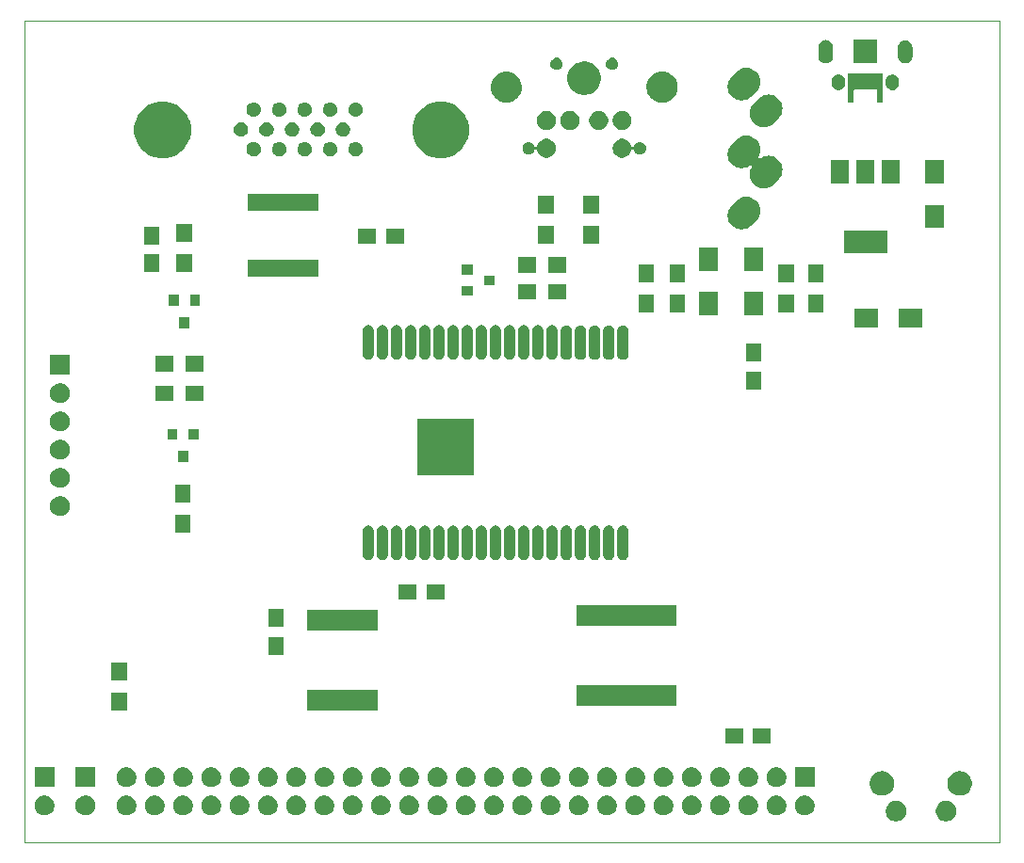
<source format=gbr>
G04 #@! TF.GenerationSoftware,KiCad,Pcbnew,(5.1.5)-3*
G04 #@! TF.CreationDate,2020-08-30T17:46:18+12:00*
G04 #@! TF.ProjectId,PocketTRS,506f636b-6574-4545-9253-2e6b69636164,rev?*
G04 #@! TF.SameCoordinates,Original*
G04 #@! TF.FileFunction,Soldermask,Top*
G04 #@! TF.FilePolarity,Negative*
%FSLAX46Y46*%
G04 Gerber Fmt 4.6, Leading zero omitted, Abs format (unit mm)*
G04 Created by KiCad (PCBNEW (5.1.5)-3) date 2020-08-30 17:46:18*
%MOMM*%
%LPD*%
G04 APERTURE LIST*
%ADD10C,0.050000*%
%ADD11C,0.100000*%
G04 APERTURE END LIST*
D10*
X252730000Y-64770000D02*
X252730000Y-61976000D01*
X165100000Y-61976000D02*
X165100000Y-64770000D01*
X252730000Y-135890000D02*
X165100000Y-135890000D01*
X252730000Y-64770000D02*
X252730000Y-135890000D01*
X165100000Y-135890000D02*
X165100000Y-64770000D01*
X165100000Y-61976000D02*
X252730000Y-61976000D01*
D11*
G36*
X248174104Y-132205585D02*
G01*
X248342626Y-132275389D01*
X248494291Y-132376728D01*
X248623272Y-132505709D01*
X248724611Y-132657374D01*
X248794415Y-132825896D01*
X248830000Y-133004797D01*
X248830000Y-133187203D01*
X248794415Y-133366104D01*
X248724611Y-133534626D01*
X248623272Y-133686291D01*
X248494291Y-133815272D01*
X248342626Y-133916611D01*
X248174104Y-133986415D01*
X247995203Y-134022000D01*
X247812797Y-134022000D01*
X247633896Y-133986415D01*
X247465374Y-133916611D01*
X247313709Y-133815272D01*
X247184728Y-133686291D01*
X247083389Y-133534626D01*
X247013585Y-133366104D01*
X246978000Y-133187203D01*
X246978000Y-133004797D01*
X247013585Y-132825896D01*
X247083389Y-132657374D01*
X247184728Y-132505709D01*
X247313709Y-132376728D01*
X247465374Y-132275389D01*
X247633896Y-132205585D01*
X247812797Y-132170000D01*
X247995203Y-132170000D01*
X248174104Y-132205585D01*
G37*
G36*
X243674104Y-132205585D02*
G01*
X243842626Y-132275389D01*
X243994291Y-132376728D01*
X244123272Y-132505709D01*
X244224611Y-132657374D01*
X244294415Y-132825896D01*
X244330000Y-133004797D01*
X244330000Y-133187203D01*
X244294415Y-133366104D01*
X244224611Y-133534626D01*
X244123272Y-133686291D01*
X243994291Y-133815272D01*
X243842626Y-133916611D01*
X243674104Y-133986415D01*
X243495203Y-134022000D01*
X243312797Y-134022000D01*
X243133896Y-133986415D01*
X242965374Y-133916611D01*
X242813709Y-133815272D01*
X242684728Y-133686291D01*
X242583389Y-133534626D01*
X242513585Y-133366104D01*
X242478000Y-133187203D01*
X242478000Y-133004797D01*
X242513585Y-132825896D01*
X242583389Y-132657374D01*
X242684728Y-132505709D01*
X242813709Y-132376728D01*
X242965374Y-132275389D01*
X243133896Y-132205585D01*
X243312797Y-132170000D01*
X243495203Y-132170000D01*
X243674104Y-132205585D01*
G37*
G36*
X174357512Y-131691927D02*
G01*
X174506812Y-131721624D01*
X174670784Y-131789544D01*
X174818354Y-131888147D01*
X174943853Y-132013646D01*
X175042456Y-132161216D01*
X175110376Y-132325188D01*
X175145000Y-132499259D01*
X175145000Y-132676741D01*
X175110376Y-132850812D01*
X175042456Y-133014784D01*
X174943853Y-133162354D01*
X174818354Y-133287853D01*
X174670784Y-133386456D01*
X174506812Y-133454376D01*
X174357512Y-133484073D01*
X174332742Y-133489000D01*
X174155258Y-133489000D01*
X174130488Y-133484073D01*
X173981188Y-133454376D01*
X173817216Y-133386456D01*
X173669646Y-133287853D01*
X173544147Y-133162354D01*
X173445544Y-133014784D01*
X173377624Y-132850812D01*
X173343000Y-132676741D01*
X173343000Y-132499259D01*
X173377624Y-132325188D01*
X173445544Y-132161216D01*
X173544147Y-132013646D01*
X173669646Y-131888147D01*
X173817216Y-131789544D01*
X173981188Y-131721624D01*
X174130488Y-131691927D01*
X174155258Y-131687000D01*
X174332742Y-131687000D01*
X174357512Y-131691927D01*
G37*
G36*
X214997512Y-131691927D02*
G01*
X215146812Y-131721624D01*
X215310784Y-131789544D01*
X215458354Y-131888147D01*
X215583853Y-132013646D01*
X215682456Y-132161216D01*
X215750376Y-132325188D01*
X215785000Y-132499259D01*
X215785000Y-132676741D01*
X215750376Y-132850812D01*
X215682456Y-133014784D01*
X215583853Y-133162354D01*
X215458354Y-133287853D01*
X215310784Y-133386456D01*
X215146812Y-133454376D01*
X214997512Y-133484073D01*
X214972742Y-133489000D01*
X214795258Y-133489000D01*
X214770488Y-133484073D01*
X214621188Y-133454376D01*
X214457216Y-133386456D01*
X214309646Y-133287853D01*
X214184147Y-133162354D01*
X214085544Y-133014784D01*
X214017624Y-132850812D01*
X213983000Y-132676741D01*
X213983000Y-132499259D01*
X214017624Y-132325188D01*
X214085544Y-132161216D01*
X214184147Y-132013646D01*
X214309646Y-131888147D01*
X214457216Y-131789544D01*
X214621188Y-131721624D01*
X214770488Y-131691927D01*
X214795258Y-131687000D01*
X214972742Y-131687000D01*
X214997512Y-131691927D01*
G37*
G36*
X184517512Y-131691927D02*
G01*
X184666812Y-131721624D01*
X184830784Y-131789544D01*
X184978354Y-131888147D01*
X185103853Y-132013646D01*
X185202456Y-132161216D01*
X185270376Y-132325188D01*
X185305000Y-132499259D01*
X185305000Y-132676741D01*
X185270376Y-132850812D01*
X185202456Y-133014784D01*
X185103853Y-133162354D01*
X184978354Y-133287853D01*
X184830784Y-133386456D01*
X184666812Y-133454376D01*
X184517512Y-133484073D01*
X184492742Y-133489000D01*
X184315258Y-133489000D01*
X184290488Y-133484073D01*
X184141188Y-133454376D01*
X183977216Y-133386456D01*
X183829646Y-133287853D01*
X183704147Y-133162354D01*
X183605544Y-133014784D01*
X183537624Y-132850812D01*
X183503000Y-132676741D01*
X183503000Y-132499259D01*
X183537624Y-132325188D01*
X183605544Y-132161216D01*
X183704147Y-132013646D01*
X183829646Y-131888147D01*
X183977216Y-131789544D01*
X184141188Y-131721624D01*
X184290488Y-131691927D01*
X184315258Y-131687000D01*
X184492742Y-131687000D01*
X184517512Y-131691927D01*
G37*
G36*
X187057512Y-131691927D02*
G01*
X187206812Y-131721624D01*
X187370784Y-131789544D01*
X187518354Y-131888147D01*
X187643853Y-132013646D01*
X187742456Y-132161216D01*
X187810376Y-132325188D01*
X187845000Y-132499259D01*
X187845000Y-132676741D01*
X187810376Y-132850812D01*
X187742456Y-133014784D01*
X187643853Y-133162354D01*
X187518354Y-133287853D01*
X187370784Y-133386456D01*
X187206812Y-133454376D01*
X187057512Y-133484073D01*
X187032742Y-133489000D01*
X186855258Y-133489000D01*
X186830488Y-133484073D01*
X186681188Y-133454376D01*
X186517216Y-133386456D01*
X186369646Y-133287853D01*
X186244147Y-133162354D01*
X186145544Y-133014784D01*
X186077624Y-132850812D01*
X186043000Y-132676741D01*
X186043000Y-132499259D01*
X186077624Y-132325188D01*
X186145544Y-132161216D01*
X186244147Y-132013646D01*
X186369646Y-131888147D01*
X186517216Y-131789544D01*
X186681188Y-131721624D01*
X186830488Y-131691927D01*
X186855258Y-131687000D01*
X187032742Y-131687000D01*
X187057512Y-131691927D01*
G37*
G36*
X189597512Y-131691927D02*
G01*
X189746812Y-131721624D01*
X189910784Y-131789544D01*
X190058354Y-131888147D01*
X190183853Y-132013646D01*
X190282456Y-132161216D01*
X190350376Y-132325188D01*
X190385000Y-132499259D01*
X190385000Y-132676741D01*
X190350376Y-132850812D01*
X190282456Y-133014784D01*
X190183853Y-133162354D01*
X190058354Y-133287853D01*
X189910784Y-133386456D01*
X189746812Y-133454376D01*
X189597512Y-133484073D01*
X189572742Y-133489000D01*
X189395258Y-133489000D01*
X189370488Y-133484073D01*
X189221188Y-133454376D01*
X189057216Y-133386456D01*
X188909646Y-133287853D01*
X188784147Y-133162354D01*
X188685544Y-133014784D01*
X188617624Y-132850812D01*
X188583000Y-132676741D01*
X188583000Y-132499259D01*
X188617624Y-132325188D01*
X188685544Y-132161216D01*
X188784147Y-132013646D01*
X188909646Y-131888147D01*
X189057216Y-131789544D01*
X189221188Y-131721624D01*
X189370488Y-131691927D01*
X189395258Y-131687000D01*
X189572742Y-131687000D01*
X189597512Y-131691927D01*
G37*
G36*
X192137512Y-131691927D02*
G01*
X192286812Y-131721624D01*
X192450784Y-131789544D01*
X192598354Y-131888147D01*
X192723853Y-132013646D01*
X192822456Y-132161216D01*
X192890376Y-132325188D01*
X192925000Y-132499259D01*
X192925000Y-132676741D01*
X192890376Y-132850812D01*
X192822456Y-133014784D01*
X192723853Y-133162354D01*
X192598354Y-133287853D01*
X192450784Y-133386456D01*
X192286812Y-133454376D01*
X192137512Y-133484073D01*
X192112742Y-133489000D01*
X191935258Y-133489000D01*
X191910488Y-133484073D01*
X191761188Y-133454376D01*
X191597216Y-133386456D01*
X191449646Y-133287853D01*
X191324147Y-133162354D01*
X191225544Y-133014784D01*
X191157624Y-132850812D01*
X191123000Y-132676741D01*
X191123000Y-132499259D01*
X191157624Y-132325188D01*
X191225544Y-132161216D01*
X191324147Y-132013646D01*
X191449646Y-131888147D01*
X191597216Y-131789544D01*
X191761188Y-131721624D01*
X191910488Y-131691927D01*
X191935258Y-131687000D01*
X192112742Y-131687000D01*
X192137512Y-131691927D01*
G37*
G36*
X194677512Y-131691927D02*
G01*
X194826812Y-131721624D01*
X194990784Y-131789544D01*
X195138354Y-131888147D01*
X195263853Y-132013646D01*
X195362456Y-132161216D01*
X195430376Y-132325188D01*
X195465000Y-132499259D01*
X195465000Y-132676741D01*
X195430376Y-132850812D01*
X195362456Y-133014784D01*
X195263853Y-133162354D01*
X195138354Y-133287853D01*
X194990784Y-133386456D01*
X194826812Y-133454376D01*
X194677512Y-133484073D01*
X194652742Y-133489000D01*
X194475258Y-133489000D01*
X194450488Y-133484073D01*
X194301188Y-133454376D01*
X194137216Y-133386456D01*
X193989646Y-133287853D01*
X193864147Y-133162354D01*
X193765544Y-133014784D01*
X193697624Y-132850812D01*
X193663000Y-132676741D01*
X193663000Y-132499259D01*
X193697624Y-132325188D01*
X193765544Y-132161216D01*
X193864147Y-132013646D01*
X193989646Y-131888147D01*
X194137216Y-131789544D01*
X194301188Y-131721624D01*
X194450488Y-131691927D01*
X194475258Y-131687000D01*
X194652742Y-131687000D01*
X194677512Y-131691927D01*
G37*
G36*
X197217512Y-131691927D02*
G01*
X197366812Y-131721624D01*
X197530784Y-131789544D01*
X197678354Y-131888147D01*
X197803853Y-132013646D01*
X197902456Y-132161216D01*
X197970376Y-132325188D01*
X198005000Y-132499259D01*
X198005000Y-132676741D01*
X197970376Y-132850812D01*
X197902456Y-133014784D01*
X197803853Y-133162354D01*
X197678354Y-133287853D01*
X197530784Y-133386456D01*
X197366812Y-133454376D01*
X197217512Y-133484073D01*
X197192742Y-133489000D01*
X197015258Y-133489000D01*
X196990488Y-133484073D01*
X196841188Y-133454376D01*
X196677216Y-133386456D01*
X196529646Y-133287853D01*
X196404147Y-133162354D01*
X196305544Y-133014784D01*
X196237624Y-132850812D01*
X196203000Y-132676741D01*
X196203000Y-132499259D01*
X196237624Y-132325188D01*
X196305544Y-132161216D01*
X196404147Y-132013646D01*
X196529646Y-131888147D01*
X196677216Y-131789544D01*
X196841188Y-131721624D01*
X196990488Y-131691927D01*
X197015258Y-131687000D01*
X197192742Y-131687000D01*
X197217512Y-131691927D01*
G37*
G36*
X199757512Y-131691927D02*
G01*
X199906812Y-131721624D01*
X200070784Y-131789544D01*
X200218354Y-131888147D01*
X200343853Y-132013646D01*
X200442456Y-132161216D01*
X200510376Y-132325188D01*
X200545000Y-132499259D01*
X200545000Y-132676741D01*
X200510376Y-132850812D01*
X200442456Y-133014784D01*
X200343853Y-133162354D01*
X200218354Y-133287853D01*
X200070784Y-133386456D01*
X199906812Y-133454376D01*
X199757512Y-133484073D01*
X199732742Y-133489000D01*
X199555258Y-133489000D01*
X199530488Y-133484073D01*
X199381188Y-133454376D01*
X199217216Y-133386456D01*
X199069646Y-133287853D01*
X198944147Y-133162354D01*
X198845544Y-133014784D01*
X198777624Y-132850812D01*
X198743000Y-132676741D01*
X198743000Y-132499259D01*
X198777624Y-132325188D01*
X198845544Y-132161216D01*
X198944147Y-132013646D01*
X199069646Y-131888147D01*
X199217216Y-131789544D01*
X199381188Y-131721624D01*
X199530488Y-131691927D01*
X199555258Y-131687000D01*
X199732742Y-131687000D01*
X199757512Y-131691927D01*
G37*
G36*
X202297512Y-131691927D02*
G01*
X202446812Y-131721624D01*
X202610784Y-131789544D01*
X202758354Y-131888147D01*
X202883853Y-132013646D01*
X202982456Y-132161216D01*
X203050376Y-132325188D01*
X203085000Y-132499259D01*
X203085000Y-132676741D01*
X203050376Y-132850812D01*
X202982456Y-133014784D01*
X202883853Y-133162354D01*
X202758354Y-133287853D01*
X202610784Y-133386456D01*
X202446812Y-133454376D01*
X202297512Y-133484073D01*
X202272742Y-133489000D01*
X202095258Y-133489000D01*
X202070488Y-133484073D01*
X201921188Y-133454376D01*
X201757216Y-133386456D01*
X201609646Y-133287853D01*
X201484147Y-133162354D01*
X201385544Y-133014784D01*
X201317624Y-132850812D01*
X201283000Y-132676741D01*
X201283000Y-132499259D01*
X201317624Y-132325188D01*
X201385544Y-132161216D01*
X201484147Y-132013646D01*
X201609646Y-131888147D01*
X201757216Y-131789544D01*
X201921188Y-131721624D01*
X202070488Y-131691927D01*
X202095258Y-131687000D01*
X202272742Y-131687000D01*
X202297512Y-131691927D01*
G37*
G36*
X204837512Y-131691927D02*
G01*
X204986812Y-131721624D01*
X205150784Y-131789544D01*
X205298354Y-131888147D01*
X205423853Y-132013646D01*
X205522456Y-132161216D01*
X205590376Y-132325188D01*
X205625000Y-132499259D01*
X205625000Y-132676741D01*
X205590376Y-132850812D01*
X205522456Y-133014784D01*
X205423853Y-133162354D01*
X205298354Y-133287853D01*
X205150784Y-133386456D01*
X204986812Y-133454376D01*
X204837512Y-133484073D01*
X204812742Y-133489000D01*
X204635258Y-133489000D01*
X204610488Y-133484073D01*
X204461188Y-133454376D01*
X204297216Y-133386456D01*
X204149646Y-133287853D01*
X204024147Y-133162354D01*
X203925544Y-133014784D01*
X203857624Y-132850812D01*
X203823000Y-132676741D01*
X203823000Y-132499259D01*
X203857624Y-132325188D01*
X203925544Y-132161216D01*
X204024147Y-132013646D01*
X204149646Y-131888147D01*
X204297216Y-131789544D01*
X204461188Y-131721624D01*
X204610488Y-131691927D01*
X204635258Y-131687000D01*
X204812742Y-131687000D01*
X204837512Y-131691927D01*
G37*
G36*
X207377512Y-131691927D02*
G01*
X207526812Y-131721624D01*
X207690784Y-131789544D01*
X207838354Y-131888147D01*
X207963853Y-132013646D01*
X208062456Y-132161216D01*
X208130376Y-132325188D01*
X208165000Y-132499259D01*
X208165000Y-132676741D01*
X208130376Y-132850812D01*
X208062456Y-133014784D01*
X207963853Y-133162354D01*
X207838354Y-133287853D01*
X207690784Y-133386456D01*
X207526812Y-133454376D01*
X207377512Y-133484073D01*
X207352742Y-133489000D01*
X207175258Y-133489000D01*
X207150488Y-133484073D01*
X207001188Y-133454376D01*
X206837216Y-133386456D01*
X206689646Y-133287853D01*
X206564147Y-133162354D01*
X206465544Y-133014784D01*
X206397624Y-132850812D01*
X206363000Y-132676741D01*
X206363000Y-132499259D01*
X206397624Y-132325188D01*
X206465544Y-132161216D01*
X206564147Y-132013646D01*
X206689646Y-131888147D01*
X206837216Y-131789544D01*
X207001188Y-131721624D01*
X207150488Y-131691927D01*
X207175258Y-131687000D01*
X207352742Y-131687000D01*
X207377512Y-131691927D01*
G37*
G36*
X209917512Y-131691927D02*
G01*
X210066812Y-131721624D01*
X210230784Y-131789544D01*
X210378354Y-131888147D01*
X210503853Y-132013646D01*
X210602456Y-132161216D01*
X210670376Y-132325188D01*
X210705000Y-132499259D01*
X210705000Y-132676741D01*
X210670376Y-132850812D01*
X210602456Y-133014784D01*
X210503853Y-133162354D01*
X210378354Y-133287853D01*
X210230784Y-133386456D01*
X210066812Y-133454376D01*
X209917512Y-133484073D01*
X209892742Y-133489000D01*
X209715258Y-133489000D01*
X209690488Y-133484073D01*
X209541188Y-133454376D01*
X209377216Y-133386456D01*
X209229646Y-133287853D01*
X209104147Y-133162354D01*
X209005544Y-133014784D01*
X208937624Y-132850812D01*
X208903000Y-132676741D01*
X208903000Y-132499259D01*
X208937624Y-132325188D01*
X209005544Y-132161216D01*
X209104147Y-132013646D01*
X209229646Y-131888147D01*
X209377216Y-131789544D01*
X209541188Y-131721624D01*
X209690488Y-131691927D01*
X209715258Y-131687000D01*
X209892742Y-131687000D01*
X209917512Y-131691927D01*
G37*
G36*
X212457512Y-131691927D02*
G01*
X212606812Y-131721624D01*
X212770784Y-131789544D01*
X212918354Y-131888147D01*
X213043853Y-132013646D01*
X213142456Y-132161216D01*
X213210376Y-132325188D01*
X213245000Y-132499259D01*
X213245000Y-132676741D01*
X213210376Y-132850812D01*
X213142456Y-133014784D01*
X213043853Y-133162354D01*
X212918354Y-133287853D01*
X212770784Y-133386456D01*
X212606812Y-133454376D01*
X212457512Y-133484073D01*
X212432742Y-133489000D01*
X212255258Y-133489000D01*
X212230488Y-133484073D01*
X212081188Y-133454376D01*
X211917216Y-133386456D01*
X211769646Y-133287853D01*
X211644147Y-133162354D01*
X211545544Y-133014784D01*
X211477624Y-132850812D01*
X211443000Y-132676741D01*
X211443000Y-132499259D01*
X211477624Y-132325188D01*
X211545544Y-132161216D01*
X211644147Y-132013646D01*
X211769646Y-131888147D01*
X211917216Y-131789544D01*
X212081188Y-131721624D01*
X212230488Y-131691927D01*
X212255258Y-131687000D01*
X212432742Y-131687000D01*
X212457512Y-131691927D01*
G37*
G36*
X217537512Y-131691927D02*
G01*
X217686812Y-131721624D01*
X217850784Y-131789544D01*
X217998354Y-131888147D01*
X218123853Y-132013646D01*
X218222456Y-132161216D01*
X218290376Y-132325188D01*
X218325000Y-132499259D01*
X218325000Y-132676741D01*
X218290376Y-132850812D01*
X218222456Y-133014784D01*
X218123853Y-133162354D01*
X217998354Y-133287853D01*
X217850784Y-133386456D01*
X217686812Y-133454376D01*
X217537512Y-133484073D01*
X217512742Y-133489000D01*
X217335258Y-133489000D01*
X217310488Y-133484073D01*
X217161188Y-133454376D01*
X216997216Y-133386456D01*
X216849646Y-133287853D01*
X216724147Y-133162354D01*
X216625544Y-133014784D01*
X216557624Y-132850812D01*
X216523000Y-132676741D01*
X216523000Y-132499259D01*
X216557624Y-132325188D01*
X216625544Y-132161216D01*
X216724147Y-132013646D01*
X216849646Y-131888147D01*
X216997216Y-131789544D01*
X217161188Y-131721624D01*
X217310488Y-131691927D01*
X217335258Y-131687000D01*
X217512742Y-131687000D01*
X217537512Y-131691927D01*
G37*
G36*
X220077512Y-131691927D02*
G01*
X220226812Y-131721624D01*
X220390784Y-131789544D01*
X220538354Y-131888147D01*
X220663853Y-132013646D01*
X220762456Y-132161216D01*
X220830376Y-132325188D01*
X220865000Y-132499259D01*
X220865000Y-132676741D01*
X220830376Y-132850812D01*
X220762456Y-133014784D01*
X220663853Y-133162354D01*
X220538354Y-133287853D01*
X220390784Y-133386456D01*
X220226812Y-133454376D01*
X220077512Y-133484073D01*
X220052742Y-133489000D01*
X219875258Y-133489000D01*
X219850488Y-133484073D01*
X219701188Y-133454376D01*
X219537216Y-133386456D01*
X219389646Y-133287853D01*
X219264147Y-133162354D01*
X219165544Y-133014784D01*
X219097624Y-132850812D01*
X219063000Y-132676741D01*
X219063000Y-132499259D01*
X219097624Y-132325188D01*
X219165544Y-132161216D01*
X219264147Y-132013646D01*
X219389646Y-131888147D01*
X219537216Y-131789544D01*
X219701188Y-131721624D01*
X219850488Y-131691927D01*
X219875258Y-131687000D01*
X220052742Y-131687000D01*
X220077512Y-131691927D01*
G37*
G36*
X222617512Y-131691927D02*
G01*
X222766812Y-131721624D01*
X222930784Y-131789544D01*
X223078354Y-131888147D01*
X223203853Y-132013646D01*
X223302456Y-132161216D01*
X223370376Y-132325188D01*
X223405000Y-132499259D01*
X223405000Y-132676741D01*
X223370376Y-132850812D01*
X223302456Y-133014784D01*
X223203853Y-133162354D01*
X223078354Y-133287853D01*
X222930784Y-133386456D01*
X222766812Y-133454376D01*
X222617512Y-133484073D01*
X222592742Y-133489000D01*
X222415258Y-133489000D01*
X222390488Y-133484073D01*
X222241188Y-133454376D01*
X222077216Y-133386456D01*
X221929646Y-133287853D01*
X221804147Y-133162354D01*
X221705544Y-133014784D01*
X221637624Y-132850812D01*
X221603000Y-132676741D01*
X221603000Y-132499259D01*
X221637624Y-132325188D01*
X221705544Y-132161216D01*
X221804147Y-132013646D01*
X221929646Y-131888147D01*
X222077216Y-131789544D01*
X222241188Y-131721624D01*
X222390488Y-131691927D01*
X222415258Y-131687000D01*
X222592742Y-131687000D01*
X222617512Y-131691927D01*
G37*
G36*
X225157512Y-131691927D02*
G01*
X225306812Y-131721624D01*
X225470784Y-131789544D01*
X225618354Y-131888147D01*
X225743853Y-132013646D01*
X225842456Y-132161216D01*
X225910376Y-132325188D01*
X225945000Y-132499259D01*
X225945000Y-132676741D01*
X225910376Y-132850812D01*
X225842456Y-133014784D01*
X225743853Y-133162354D01*
X225618354Y-133287853D01*
X225470784Y-133386456D01*
X225306812Y-133454376D01*
X225157512Y-133484073D01*
X225132742Y-133489000D01*
X224955258Y-133489000D01*
X224930488Y-133484073D01*
X224781188Y-133454376D01*
X224617216Y-133386456D01*
X224469646Y-133287853D01*
X224344147Y-133162354D01*
X224245544Y-133014784D01*
X224177624Y-132850812D01*
X224143000Y-132676741D01*
X224143000Y-132499259D01*
X224177624Y-132325188D01*
X224245544Y-132161216D01*
X224344147Y-132013646D01*
X224469646Y-131888147D01*
X224617216Y-131789544D01*
X224781188Y-131721624D01*
X224930488Y-131691927D01*
X224955258Y-131687000D01*
X225132742Y-131687000D01*
X225157512Y-131691927D01*
G37*
G36*
X227697512Y-131691927D02*
G01*
X227846812Y-131721624D01*
X228010784Y-131789544D01*
X228158354Y-131888147D01*
X228283853Y-132013646D01*
X228382456Y-132161216D01*
X228450376Y-132325188D01*
X228485000Y-132499259D01*
X228485000Y-132676741D01*
X228450376Y-132850812D01*
X228382456Y-133014784D01*
X228283853Y-133162354D01*
X228158354Y-133287853D01*
X228010784Y-133386456D01*
X227846812Y-133454376D01*
X227697512Y-133484073D01*
X227672742Y-133489000D01*
X227495258Y-133489000D01*
X227470488Y-133484073D01*
X227321188Y-133454376D01*
X227157216Y-133386456D01*
X227009646Y-133287853D01*
X226884147Y-133162354D01*
X226785544Y-133014784D01*
X226717624Y-132850812D01*
X226683000Y-132676741D01*
X226683000Y-132499259D01*
X226717624Y-132325188D01*
X226785544Y-132161216D01*
X226884147Y-132013646D01*
X227009646Y-131888147D01*
X227157216Y-131789544D01*
X227321188Y-131721624D01*
X227470488Y-131691927D01*
X227495258Y-131687000D01*
X227672742Y-131687000D01*
X227697512Y-131691927D01*
G37*
G36*
X230237512Y-131691927D02*
G01*
X230386812Y-131721624D01*
X230550784Y-131789544D01*
X230698354Y-131888147D01*
X230823853Y-132013646D01*
X230922456Y-132161216D01*
X230990376Y-132325188D01*
X231025000Y-132499259D01*
X231025000Y-132676741D01*
X230990376Y-132850812D01*
X230922456Y-133014784D01*
X230823853Y-133162354D01*
X230698354Y-133287853D01*
X230550784Y-133386456D01*
X230386812Y-133454376D01*
X230237512Y-133484073D01*
X230212742Y-133489000D01*
X230035258Y-133489000D01*
X230010488Y-133484073D01*
X229861188Y-133454376D01*
X229697216Y-133386456D01*
X229549646Y-133287853D01*
X229424147Y-133162354D01*
X229325544Y-133014784D01*
X229257624Y-132850812D01*
X229223000Y-132676741D01*
X229223000Y-132499259D01*
X229257624Y-132325188D01*
X229325544Y-132161216D01*
X229424147Y-132013646D01*
X229549646Y-131888147D01*
X229697216Y-131789544D01*
X229861188Y-131721624D01*
X230010488Y-131691927D01*
X230035258Y-131687000D01*
X230212742Y-131687000D01*
X230237512Y-131691927D01*
G37*
G36*
X232777512Y-131691927D02*
G01*
X232926812Y-131721624D01*
X233090784Y-131789544D01*
X233238354Y-131888147D01*
X233363853Y-132013646D01*
X233462456Y-132161216D01*
X233530376Y-132325188D01*
X233565000Y-132499259D01*
X233565000Y-132676741D01*
X233530376Y-132850812D01*
X233462456Y-133014784D01*
X233363853Y-133162354D01*
X233238354Y-133287853D01*
X233090784Y-133386456D01*
X232926812Y-133454376D01*
X232777512Y-133484073D01*
X232752742Y-133489000D01*
X232575258Y-133489000D01*
X232550488Y-133484073D01*
X232401188Y-133454376D01*
X232237216Y-133386456D01*
X232089646Y-133287853D01*
X231964147Y-133162354D01*
X231865544Y-133014784D01*
X231797624Y-132850812D01*
X231763000Y-132676741D01*
X231763000Y-132499259D01*
X231797624Y-132325188D01*
X231865544Y-132161216D01*
X231964147Y-132013646D01*
X232089646Y-131888147D01*
X232237216Y-131789544D01*
X232401188Y-131721624D01*
X232550488Y-131691927D01*
X232575258Y-131687000D01*
X232752742Y-131687000D01*
X232777512Y-131691927D01*
G37*
G36*
X235317512Y-131691927D02*
G01*
X235466812Y-131721624D01*
X235630784Y-131789544D01*
X235778354Y-131888147D01*
X235903853Y-132013646D01*
X236002456Y-132161216D01*
X236070376Y-132325188D01*
X236105000Y-132499259D01*
X236105000Y-132676741D01*
X236070376Y-132850812D01*
X236002456Y-133014784D01*
X235903853Y-133162354D01*
X235778354Y-133287853D01*
X235630784Y-133386456D01*
X235466812Y-133454376D01*
X235317512Y-133484073D01*
X235292742Y-133489000D01*
X235115258Y-133489000D01*
X235090488Y-133484073D01*
X234941188Y-133454376D01*
X234777216Y-133386456D01*
X234629646Y-133287853D01*
X234504147Y-133162354D01*
X234405544Y-133014784D01*
X234337624Y-132850812D01*
X234303000Y-132676741D01*
X234303000Y-132499259D01*
X234337624Y-132325188D01*
X234405544Y-132161216D01*
X234504147Y-132013646D01*
X234629646Y-131888147D01*
X234777216Y-131789544D01*
X234941188Y-131721624D01*
X235090488Y-131691927D01*
X235115258Y-131687000D01*
X235292742Y-131687000D01*
X235317512Y-131691927D01*
G37*
G36*
X170674512Y-131691927D02*
G01*
X170823812Y-131721624D01*
X170987784Y-131789544D01*
X171135354Y-131888147D01*
X171260853Y-132013646D01*
X171359456Y-132161216D01*
X171427376Y-132325188D01*
X171462000Y-132499259D01*
X171462000Y-132676741D01*
X171427376Y-132850812D01*
X171359456Y-133014784D01*
X171260853Y-133162354D01*
X171135354Y-133287853D01*
X170987784Y-133386456D01*
X170823812Y-133454376D01*
X170674512Y-133484073D01*
X170649742Y-133489000D01*
X170472258Y-133489000D01*
X170447488Y-133484073D01*
X170298188Y-133454376D01*
X170134216Y-133386456D01*
X169986646Y-133287853D01*
X169861147Y-133162354D01*
X169762544Y-133014784D01*
X169694624Y-132850812D01*
X169660000Y-132676741D01*
X169660000Y-132499259D01*
X169694624Y-132325188D01*
X169762544Y-132161216D01*
X169861147Y-132013646D01*
X169986646Y-131888147D01*
X170134216Y-131789544D01*
X170298188Y-131721624D01*
X170447488Y-131691927D01*
X170472258Y-131687000D01*
X170649742Y-131687000D01*
X170674512Y-131691927D01*
G37*
G36*
X166991512Y-131691927D02*
G01*
X167140812Y-131721624D01*
X167304784Y-131789544D01*
X167452354Y-131888147D01*
X167577853Y-132013646D01*
X167676456Y-132161216D01*
X167744376Y-132325188D01*
X167779000Y-132499259D01*
X167779000Y-132676741D01*
X167744376Y-132850812D01*
X167676456Y-133014784D01*
X167577853Y-133162354D01*
X167452354Y-133287853D01*
X167304784Y-133386456D01*
X167140812Y-133454376D01*
X166991512Y-133484073D01*
X166966742Y-133489000D01*
X166789258Y-133489000D01*
X166764488Y-133484073D01*
X166615188Y-133454376D01*
X166451216Y-133386456D01*
X166303646Y-133287853D01*
X166178147Y-133162354D01*
X166079544Y-133014784D01*
X166011624Y-132850812D01*
X165977000Y-132676741D01*
X165977000Y-132499259D01*
X166011624Y-132325188D01*
X166079544Y-132161216D01*
X166178147Y-132013646D01*
X166303646Y-131888147D01*
X166451216Y-131789544D01*
X166615188Y-131721624D01*
X166764488Y-131691927D01*
X166789258Y-131687000D01*
X166966742Y-131687000D01*
X166991512Y-131691927D01*
G37*
G36*
X179437512Y-131691927D02*
G01*
X179586812Y-131721624D01*
X179750784Y-131789544D01*
X179898354Y-131888147D01*
X180023853Y-132013646D01*
X180122456Y-132161216D01*
X180190376Y-132325188D01*
X180225000Y-132499259D01*
X180225000Y-132676741D01*
X180190376Y-132850812D01*
X180122456Y-133014784D01*
X180023853Y-133162354D01*
X179898354Y-133287853D01*
X179750784Y-133386456D01*
X179586812Y-133454376D01*
X179437512Y-133484073D01*
X179412742Y-133489000D01*
X179235258Y-133489000D01*
X179210488Y-133484073D01*
X179061188Y-133454376D01*
X178897216Y-133386456D01*
X178749646Y-133287853D01*
X178624147Y-133162354D01*
X178525544Y-133014784D01*
X178457624Y-132850812D01*
X178423000Y-132676741D01*
X178423000Y-132499259D01*
X178457624Y-132325188D01*
X178525544Y-132161216D01*
X178624147Y-132013646D01*
X178749646Y-131888147D01*
X178897216Y-131789544D01*
X179061188Y-131721624D01*
X179210488Y-131691927D01*
X179235258Y-131687000D01*
X179412742Y-131687000D01*
X179437512Y-131691927D01*
G37*
G36*
X176897512Y-131691927D02*
G01*
X177046812Y-131721624D01*
X177210784Y-131789544D01*
X177358354Y-131888147D01*
X177483853Y-132013646D01*
X177582456Y-132161216D01*
X177650376Y-132325188D01*
X177685000Y-132499259D01*
X177685000Y-132676741D01*
X177650376Y-132850812D01*
X177582456Y-133014784D01*
X177483853Y-133162354D01*
X177358354Y-133287853D01*
X177210784Y-133386456D01*
X177046812Y-133454376D01*
X176897512Y-133484073D01*
X176872742Y-133489000D01*
X176695258Y-133489000D01*
X176670488Y-133484073D01*
X176521188Y-133454376D01*
X176357216Y-133386456D01*
X176209646Y-133287853D01*
X176084147Y-133162354D01*
X175985544Y-133014784D01*
X175917624Y-132850812D01*
X175883000Y-132676741D01*
X175883000Y-132499259D01*
X175917624Y-132325188D01*
X175985544Y-132161216D01*
X176084147Y-132013646D01*
X176209646Y-131888147D01*
X176357216Y-131789544D01*
X176521188Y-131721624D01*
X176670488Y-131691927D01*
X176695258Y-131687000D01*
X176872742Y-131687000D01*
X176897512Y-131691927D01*
G37*
G36*
X181977512Y-131691927D02*
G01*
X182126812Y-131721624D01*
X182290784Y-131789544D01*
X182438354Y-131888147D01*
X182563853Y-132013646D01*
X182662456Y-132161216D01*
X182730376Y-132325188D01*
X182765000Y-132499259D01*
X182765000Y-132676741D01*
X182730376Y-132850812D01*
X182662456Y-133014784D01*
X182563853Y-133162354D01*
X182438354Y-133287853D01*
X182290784Y-133386456D01*
X182126812Y-133454376D01*
X181977512Y-133484073D01*
X181952742Y-133489000D01*
X181775258Y-133489000D01*
X181750488Y-133484073D01*
X181601188Y-133454376D01*
X181437216Y-133386456D01*
X181289646Y-133287853D01*
X181164147Y-133162354D01*
X181065544Y-133014784D01*
X180997624Y-132850812D01*
X180963000Y-132676741D01*
X180963000Y-132499259D01*
X180997624Y-132325188D01*
X181065544Y-132161216D01*
X181164147Y-132013646D01*
X181289646Y-131888147D01*
X181437216Y-131789544D01*
X181601188Y-131721624D01*
X181750488Y-131691927D01*
X181775258Y-131687000D01*
X181952742Y-131687000D01*
X181977512Y-131691927D01*
G37*
G36*
X249368794Y-129526155D02*
G01*
X249475150Y-129547311D01*
X249575334Y-129588809D01*
X249675520Y-129630307D01*
X249855844Y-129750795D01*
X250009205Y-129904156D01*
X250129693Y-130084480D01*
X250212689Y-130284851D01*
X250255000Y-130497560D01*
X250255000Y-130714440D01*
X250212689Y-130927149D01*
X250129693Y-131127520D01*
X250009205Y-131307844D01*
X249855844Y-131461205D01*
X249675520Y-131581693D01*
X249475150Y-131664689D01*
X249368795Y-131685844D01*
X249262440Y-131707000D01*
X249045560Y-131707000D01*
X248939205Y-131685844D01*
X248832850Y-131664689D01*
X248632480Y-131581693D01*
X248452156Y-131461205D01*
X248298795Y-131307844D01*
X248178307Y-131127520D01*
X248095311Y-130927149D01*
X248053000Y-130714440D01*
X248053000Y-130497560D01*
X248095311Y-130284851D01*
X248178307Y-130084480D01*
X248298795Y-129904156D01*
X248452156Y-129750795D01*
X248632480Y-129630307D01*
X248732666Y-129588809D01*
X248832850Y-129547311D01*
X248939206Y-129526155D01*
X249045560Y-129505000D01*
X249262440Y-129505000D01*
X249368794Y-129526155D01*
G37*
G36*
X242358794Y-129526155D02*
G01*
X242465150Y-129547311D01*
X242565334Y-129588809D01*
X242665520Y-129630307D01*
X242845844Y-129750795D01*
X242999205Y-129904156D01*
X243119693Y-130084480D01*
X243202689Y-130284851D01*
X243245000Y-130497560D01*
X243245000Y-130714440D01*
X243202689Y-130927149D01*
X243119693Y-131127520D01*
X242999205Y-131307844D01*
X242845844Y-131461205D01*
X242665520Y-131581693D01*
X242465150Y-131664689D01*
X242358795Y-131685844D01*
X242252440Y-131707000D01*
X242035560Y-131707000D01*
X241929205Y-131685844D01*
X241822850Y-131664689D01*
X241622480Y-131581693D01*
X241442156Y-131461205D01*
X241288795Y-131307844D01*
X241168307Y-131127520D01*
X241085311Y-130927149D01*
X241043000Y-130714440D01*
X241043000Y-130497560D01*
X241085311Y-130284851D01*
X241168307Y-130084480D01*
X241288795Y-129904156D01*
X241442156Y-129750795D01*
X241622480Y-129630307D01*
X241722666Y-129588809D01*
X241822850Y-129547311D01*
X241929206Y-129526155D01*
X242035560Y-129505000D01*
X242252440Y-129505000D01*
X242358794Y-129526155D01*
G37*
G36*
X184517512Y-129151927D02*
G01*
X184666812Y-129181624D01*
X184830784Y-129249544D01*
X184978354Y-129348147D01*
X185103853Y-129473646D01*
X185202456Y-129621216D01*
X185270376Y-129785188D01*
X185305000Y-129959259D01*
X185305000Y-130136741D01*
X185270376Y-130310812D01*
X185202456Y-130474784D01*
X185103853Y-130622354D01*
X184978354Y-130747853D01*
X184830784Y-130846456D01*
X184666812Y-130914376D01*
X184517512Y-130944073D01*
X184492742Y-130949000D01*
X184315258Y-130949000D01*
X184290488Y-130944073D01*
X184141188Y-130914376D01*
X183977216Y-130846456D01*
X183829646Y-130747853D01*
X183704147Y-130622354D01*
X183605544Y-130474784D01*
X183537624Y-130310812D01*
X183503000Y-130136741D01*
X183503000Y-129959259D01*
X183537624Y-129785188D01*
X183605544Y-129621216D01*
X183704147Y-129473646D01*
X183829646Y-129348147D01*
X183977216Y-129249544D01*
X184141188Y-129181624D01*
X184290488Y-129151927D01*
X184315258Y-129147000D01*
X184492742Y-129147000D01*
X184517512Y-129151927D01*
G37*
G36*
X181977512Y-129151927D02*
G01*
X182126812Y-129181624D01*
X182290784Y-129249544D01*
X182438354Y-129348147D01*
X182563853Y-129473646D01*
X182662456Y-129621216D01*
X182730376Y-129785188D01*
X182765000Y-129959259D01*
X182765000Y-130136741D01*
X182730376Y-130310812D01*
X182662456Y-130474784D01*
X182563853Y-130622354D01*
X182438354Y-130747853D01*
X182290784Y-130846456D01*
X182126812Y-130914376D01*
X181977512Y-130944073D01*
X181952742Y-130949000D01*
X181775258Y-130949000D01*
X181750488Y-130944073D01*
X181601188Y-130914376D01*
X181437216Y-130846456D01*
X181289646Y-130747853D01*
X181164147Y-130622354D01*
X181065544Y-130474784D01*
X180997624Y-130310812D01*
X180963000Y-130136741D01*
X180963000Y-129959259D01*
X180997624Y-129785188D01*
X181065544Y-129621216D01*
X181164147Y-129473646D01*
X181289646Y-129348147D01*
X181437216Y-129249544D01*
X181601188Y-129181624D01*
X181750488Y-129151927D01*
X181775258Y-129147000D01*
X181952742Y-129147000D01*
X181977512Y-129151927D01*
G37*
G36*
X179437512Y-129151927D02*
G01*
X179586812Y-129181624D01*
X179750784Y-129249544D01*
X179898354Y-129348147D01*
X180023853Y-129473646D01*
X180122456Y-129621216D01*
X180190376Y-129785188D01*
X180225000Y-129959259D01*
X180225000Y-130136741D01*
X180190376Y-130310812D01*
X180122456Y-130474784D01*
X180023853Y-130622354D01*
X179898354Y-130747853D01*
X179750784Y-130846456D01*
X179586812Y-130914376D01*
X179437512Y-130944073D01*
X179412742Y-130949000D01*
X179235258Y-130949000D01*
X179210488Y-130944073D01*
X179061188Y-130914376D01*
X178897216Y-130846456D01*
X178749646Y-130747853D01*
X178624147Y-130622354D01*
X178525544Y-130474784D01*
X178457624Y-130310812D01*
X178423000Y-130136741D01*
X178423000Y-129959259D01*
X178457624Y-129785188D01*
X178525544Y-129621216D01*
X178624147Y-129473646D01*
X178749646Y-129348147D01*
X178897216Y-129249544D01*
X179061188Y-129181624D01*
X179210488Y-129151927D01*
X179235258Y-129147000D01*
X179412742Y-129147000D01*
X179437512Y-129151927D01*
G37*
G36*
X176897512Y-129151927D02*
G01*
X177046812Y-129181624D01*
X177210784Y-129249544D01*
X177358354Y-129348147D01*
X177483853Y-129473646D01*
X177582456Y-129621216D01*
X177650376Y-129785188D01*
X177685000Y-129959259D01*
X177685000Y-130136741D01*
X177650376Y-130310812D01*
X177582456Y-130474784D01*
X177483853Y-130622354D01*
X177358354Y-130747853D01*
X177210784Y-130846456D01*
X177046812Y-130914376D01*
X176897512Y-130944073D01*
X176872742Y-130949000D01*
X176695258Y-130949000D01*
X176670488Y-130944073D01*
X176521188Y-130914376D01*
X176357216Y-130846456D01*
X176209646Y-130747853D01*
X176084147Y-130622354D01*
X175985544Y-130474784D01*
X175917624Y-130310812D01*
X175883000Y-130136741D01*
X175883000Y-129959259D01*
X175917624Y-129785188D01*
X175985544Y-129621216D01*
X176084147Y-129473646D01*
X176209646Y-129348147D01*
X176357216Y-129249544D01*
X176521188Y-129181624D01*
X176670488Y-129151927D01*
X176695258Y-129147000D01*
X176872742Y-129147000D01*
X176897512Y-129151927D01*
G37*
G36*
X174357512Y-129151927D02*
G01*
X174506812Y-129181624D01*
X174670784Y-129249544D01*
X174818354Y-129348147D01*
X174943853Y-129473646D01*
X175042456Y-129621216D01*
X175110376Y-129785188D01*
X175145000Y-129959259D01*
X175145000Y-130136741D01*
X175110376Y-130310812D01*
X175042456Y-130474784D01*
X174943853Y-130622354D01*
X174818354Y-130747853D01*
X174670784Y-130846456D01*
X174506812Y-130914376D01*
X174357512Y-130944073D01*
X174332742Y-130949000D01*
X174155258Y-130949000D01*
X174130488Y-130944073D01*
X173981188Y-130914376D01*
X173817216Y-130846456D01*
X173669646Y-130747853D01*
X173544147Y-130622354D01*
X173445544Y-130474784D01*
X173377624Y-130310812D01*
X173343000Y-130136741D01*
X173343000Y-129959259D01*
X173377624Y-129785188D01*
X173445544Y-129621216D01*
X173544147Y-129473646D01*
X173669646Y-129348147D01*
X173817216Y-129249544D01*
X173981188Y-129181624D01*
X174130488Y-129151927D01*
X174155258Y-129147000D01*
X174332742Y-129147000D01*
X174357512Y-129151927D01*
G37*
G36*
X187057512Y-129151927D02*
G01*
X187206812Y-129181624D01*
X187370784Y-129249544D01*
X187518354Y-129348147D01*
X187643853Y-129473646D01*
X187742456Y-129621216D01*
X187810376Y-129785188D01*
X187845000Y-129959259D01*
X187845000Y-130136741D01*
X187810376Y-130310812D01*
X187742456Y-130474784D01*
X187643853Y-130622354D01*
X187518354Y-130747853D01*
X187370784Y-130846456D01*
X187206812Y-130914376D01*
X187057512Y-130944073D01*
X187032742Y-130949000D01*
X186855258Y-130949000D01*
X186830488Y-130944073D01*
X186681188Y-130914376D01*
X186517216Y-130846456D01*
X186369646Y-130747853D01*
X186244147Y-130622354D01*
X186145544Y-130474784D01*
X186077624Y-130310812D01*
X186043000Y-130136741D01*
X186043000Y-129959259D01*
X186077624Y-129785188D01*
X186145544Y-129621216D01*
X186244147Y-129473646D01*
X186369646Y-129348147D01*
X186517216Y-129249544D01*
X186681188Y-129181624D01*
X186830488Y-129151927D01*
X186855258Y-129147000D01*
X187032742Y-129147000D01*
X187057512Y-129151927D01*
G37*
G36*
X207377512Y-129151927D02*
G01*
X207526812Y-129181624D01*
X207690784Y-129249544D01*
X207838354Y-129348147D01*
X207963853Y-129473646D01*
X208062456Y-129621216D01*
X208130376Y-129785188D01*
X208165000Y-129959259D01*
X208165000Y-130136741D01*
X208130376Y-130310812D01*
X208062456Y-130474784D01*
X207963853Y-130622354D01*
X207838354Y-130747853D01*
X207690784Y-130846456D01*
X207526812Y-130914376D01*
X207377512Y-130944073D01*
X207352742Y-130949000D01*
X207175258Y-130949000D01*
X207150488Y-130944073D01*
X207001188Y-130914376D01*
X206837216Y-130846456D01*
X206689646Y-130747853D01*
X206564147Y-130622354D01*
X206465544Y-130474784D01*
X206397624Y-130310812D01*
X206363000Y-130136741D01*
X206363000Y-129959259D01*
X206397624Y-129785188D01*
X206465544Y-129621216D01*
X206564147Y-129473646D01*
X206689646Y-129348147D01*
X206837216Y-129249544D01*
X207001188Y-129181624D01*
X207150488Y-129151927D01*
X207175258Y-129147000D01*
X207352742Y-129147000D01*
X207377512Y-129151927D01*
G37*
G36*
X167779000Y-130949000D02*
G01*
X165977000Y-130949000D01*
X165977000Y-129147000D01*
X167779000Y-129147000D01*
X167779000Y-130949000D01*
G37*
G36*
X171462000Y-130949000D02*
G01*
X169660000Y-130949000D01*
X169660000Y-129147000D01*
X171462000Y-129147000D01*
X171462000Y-130949000D01*
G37*
G36*
X204837512Y-129151927D02*
G01*
X204986812Y-129181624D01*
X205150784Y-129249544D01*
X205298354Y-129348147D01*
X205423853Y-129473646D01*
X205522456Y-129621216D01*
X205590376Y-129785188D01*
X205625000Y-129959259D01*
X205625000Y-130136741D01*
X205590376Y-130310812D01*
X205522456Y-130474784D01*
X205423853Y-130622354D01*
X205298354Y-130747853D01*
X205150784Y-130846456D01*
X204986812Y-130914376D01*
X204837512Y-130944073D01*
X204812742Y-130949000D01*
X204635258Y-130949000D01*
X204610488Y-130944073D01*
X204461188Y-130914376D01*
X204297216Y-130846456D01*
X204149646Y-130747853D01*
X204024147Y-130622354D01*
X203925544Y-130474784D01*
X203857624Y-130310812D01*
X203823000Y-130136741D01*
X203823000Y-129959259D01*
X203857624Y-129785188D01*
X203925544Y-129621216D01*
X204024147Y-129473646D01*
X204149646Y-129348147D01*
X204297216Y-129249544D01*
X204461188Y-129181624D01*
X204610488Y-129151927D01*
X204635258Y-129147000D01*
X204812742Y-129147000D01*
X204837512Y-129151927D01*
G37*
G36*
X232777512Y-129151927D02*
G01*
X232926812Y-129181624D01*
X233090784Y-129249544D01*
X233238354Y-129348147D01*
X233363853Y-129473646D01*
X233462456Y-129621216D01*
X233530376Y-129785188D01*
X233565000Y-129959259D01*
X233565000Y-130136741D01*
X233530376Y-130310812D01*
X233462456Y-130474784D01*
X233363853Y-130622354D01*
X233238354Y-130747853D01*
X233090784Y-130846456D01*
X232926812Y-130914376D01*
X232777512Y-130944073D01*
X232752742Y-130949000D01*
X232575258Y-130949000D01*
X232550488Y-130944073D01*
X232401188Y-130914376D01*
X232237216Y-130846456D01*
X232089646Y-130747853D01*
X231964147Y-130622354D01*
X231865544Y-130474784D01*
X231797624Y-130310812D01*
X231763000Y-130136741D01*
X231763000Y-129959259D01*
X231797624Y-129785188D01*
X231865544Y-129621216D01*
X231964147Y-129473646D01*
X232089646Y-129348147D01*
X232237216Y-129249544D01*
X232401188Y-129181624D01*
X232550488Y-129151927D01*
X232575258Y-129147000D01*
X232752742Y-129147000D01*
X232777512Y-129151927D01*
G37*
G36*
X230237512Y-129151927D02*
G01*
X230386812Y-129181624D01*
X230550784Y-129249544D01*
X230698354Y-129348147D01*
X230823853Y-129473646D01*
X230922456Y-129621216D01*
X230990376Y-129785188D01*
X231025000Y-129959259D01*
X231025000Y-130136741D01*
X230990376Y-130310812D01*
X230922456Y-130474784D01*
X230823853Y-130622354D01*
X230698354Y-130747853D01*
X230550784Y-130846456D01*
X230386812Y-130914376D01*
X230237512Y-130944073D01*
X230212742Y-130949000D01*
X230035258Y-130949000D01*
X230010488Y-130944073D01*
X229861188Y-130914376D01*
X229697216Y-130846456D01*
X229549646Y-130747853D01*
X229424147Y-130622354D01*
X229325544Y-130474784D01*
X229257624Y-130310812D01*
X229223000Y-130136741D01*
X229223000Y-129959259D01*
X229257624Y-129785188D01*
X229325544Y-129621216D01*
X229424147Y-129473646D01*
X229549646Y-129348147D01*
X229697216Y-129249544D01*
X229861188Y-129181624D01*
X230010488Y-129151927D01*
X230035258Y-129147000D01*
X230212742Y-129147000D01*
X230237512Y-129151927D01*
G37*
G36*
X227697512Y-129151927D02*
G01*
X227846812Y-129181624D01*
X228010784Y-129249544D01*
X228158354Y-129348147D01*
X228283853Y-129473646D01*
X228382456Y-129621216D01*
X228450376Y-129785188D01*
X228485000Y-129959259D01*
X228485000Y-130136741D01*
X228450376Y-130310812D01*
X228382456Y-130474784D01*
X228283853Y-130622354D01*
X228158354Y-130747853D01*
X228010784Y-130846456D01*
X227846812Y-130914376D01*
X227697512Y-130944073D01*
X227672742Y-130949000D01*
X227495258Y-130949000D01*
X227470488Y-130944073D01*
X227321188Y-130914376D01*
X227157216Y-130846456D01*
X227009646Y-130747853D01*
X226884147Y-130622354D01*
X226785544Y-130474784D01*
X226717624Y-130310812D01*
X226683000Y-130136741D01*
X226683000Y-129959259D01*
X226717624Y-129785188D01*
X226785544Y-129621216D01*
X226884147Y-129473646D01*
X227009646Y-129348147D01*
X227157216Y-129249544D01*
X227321188Y-129181624D01*
X227470488Y-129151927D01*
X227495258Y-129147000D01*
X227672742Y-129147000D01*
X227697512Y-129151927D01*
G37*
G36*
X212457512Y-129151927D02*
G01*
X212606812Y-129181624D01*
X212770784Y-129249544D01*
X212918354Y-129348147D01*
X213043853Y-129473646D01*
X213142456Y-129621216D01*
X213210376Y-129785188D01*
X213245000Y-129959259D01*
X213245000Y-130136741D01*
X213210376Y-130310812D01*
X213142456Y-130474784D01*
X213043853Y-130622354D01*
X212918354Y-130747853D01*
X212770784Y-130846456D01*
X212606812Y-130914376D01*
X212457512Y-130944073D01*
X212432742Y-130949000D01*
X212255258Y-130949000D01*
X212230488Y-130944073D01*
X212081188Y-130914376D01*
X211917216Y-130846456D01*
X211769646Y-130747853D01*
X211644147Y-130622354D01*
X211545544Y-130474784D01*
X211477624Y-130310812D01*
X211443000Y-130136741D01*
X211443000Y-129959259D01*
X211477624Y-129785188D01*
X211545544Y-129621216D01*
X211644147Y-129473646D01*
X211769646Y-129348147D01*
X211917216Y-129249544D01*
X212081188Y-129181624D01*
X212230488Y-129151927D01*
X212255258Y-129147000D01*
X212432742Y-129147000D01*
X212457512Y-129151927D01*
G37*
G36*
X236105000Y-130949000D02*
G01*
X234303000Y-130949000D01*
X234303000Y-129147000D01*
X236105000Y-129147000D01*
X236105000Y-130949000D01*
G37*
G36*
X202297512Y-129151927D02*
G01*
X202446812Y-129181624D01*
X202610784Y-129249544D01*
X202758354Y-129348147D01*
X202883853Y-129473646D01*
X202982456Y-129621216D01*
X203050376Y-129785188D01*
X203085000Y-129959259D01*
X203085000Y-130136741D01*
X203050376Y-130310812D01*
X202982456Y-130474784D01*
X202883853Y-130622354D01*
X202758354Y-130747853D01*
X202610784Y-130846456D01*
X202446812Y-130914376D01*
X202297512Y-130944073D01*
X202272742Y-130949000D01*
X202095258Y-130949000D01*
X202070488Y-130944073D01*
X201921188Y-130914376D01*
X201757216Y-130846456D01*
X201609646Y-130747853D01*
X201484147Y-130622354D01*
X201385544Y-130474784D01*
X201317624Y-130310812D01*
X201283000Y-130136741D01*
X201283000Y-129959259D01*
X201317624Y-129785188D01*
X201385544Y-129621216D01*
X201484147Y-129473646D01*
X201609646Y-129348147D01*
X201757216Y-129249544D01*
X201921188Y-129181624D01*
X202070488Y-129151927D01*
X202095258Y-129147000D01*
X202272742Y-129147000D01*
X202297512Y-129151927D01*
G37*
G36*
X189597512Y-129151927D02*
G01*
X189746812Y-129181624D01*
X189910784Y-129249544D01*
X190058354Y-129348147D01*
X190183853Y-129473646D01*
X190282456Y-129621216D01*
X190350376Y-129785188D01*
X190385000Y-129959259D01*
X190385000Y-130136741D01*
X190350376Y-130310812D01*
X190282456Y-130474784D01*
X190183853Y-130622354D01*
X190058354Y-130747853D01*
X189910784Y-130846456D01*
X189746812Y-130914376D01*
X189597512Y-130944073D01*
X189572742Y-130949000D01*
X189395258Y-130949000D01*
X189370488Y-130944073D01*
X189221188Y-130914376D01*
X189057216Y-130846456D01*
X188909646Y-130747853D01*
X188784147Y-130622354D01*
X188685544Y-130474784D01*
X188617624Y-130310812D01*
X188583000Y-130136741D01*
X188583000Y-129959259D01*
X188617624Y-129785188D01*
X188685544Y-129621216D01*
X188784147Y-129473646D01*
X188909646Y-129348147D01*
X189057216Y-129249544D01*
X189221188Y-129181624D01*
X189370488Y-129151927D01*
X189395258Y-129147000D01*
X189572742Y-129147000D01*
X189597512Y-129151927D01*
G37*
G36*
X209917512Y-129151927D02*
G01*
X210066812Y-129181624D01*
X210230784Y-129249544D01*
X210378354Y-129348147D01*
X210503853Y-129473646D01*
X210602456Y-129621216D01*
X210670376Y-129785188D01*
X210705000Y-129959259D01*
X210705000Y-130136741D01*
X210670376Y-130310812D01*
X210602456Y-130474784D01*
X210503853Y-130622354D01*
X210378354Y-130747853D01*
X210230784Y-130846456D01*
X210066812Y-130914376D01*
X209917512Y-130944073D01*
X209892742Y-130949000D01*
X209715258Y-130949000D01*
X209690488Y-130944073D01*
X209541188Y-130914376D01*
X209377216Y-130846456D01*
X209229646Y-130747853D01*
X209104147Y-130622354D01*
X209005544Y-130474784D01*
X208937624Y-130310812D01*
X208903000Y-130136741D01*
X208903000Y-129959259D01*
X208937624Y-129785188D01*
X209005544Y-129621216D01*
X209104147Y-129473646D01*
X209229646Y-129348147D01*
X209377216Y-129249544D01*
X209541188Y-129181624D01*
X209690488Y-129151927D01*
X209715258Y-129147000D01*
X209892742Y-129147000D01*
X209917512Y-129151927D01*
G37*
G36*
X192137512Y-129151927D02*
G01*
X192286812Y-129181624D01*
X192450784Y-129249544D01*
X192598354Y-129348147D01*
X192723853Y-129473646D01*
X192822456Y-129621216D01*
X192890376Y-129785188D01*
X192925000Y-129959259D01*
X192925000Y-130136741D01*
X192890376Y-130310812D01*
X192822456Y-130474784D01*
X192723853Y-130622354D01*
X192598354Y-130747853D01*
X192450784Y-130846456D01*
X192286812Y-130914376D01*
X192137512Y-130944073D01*
X192112742Y-130949000D01*
X191935258Y-130949000D01*
X191910488Y-130944073D01*
X191761188Y-130914376D01*
X191597216Y-130846456D01*
X191449646Y-130747853D01*
X191324147Y-130622354D01*
X191225544Y-130474784D01*
X191157624Y-130310812D01*
X191123000Y-130136741D01*
X191123000Y-129959259D01*
X191157624Y-129785188D01*
X191225544Y-129621216D01*
X191324147Y-129473646D01*
X191449646Y-129348147D01*
X191597216Y-129249544D01*
X191761188Y-129181624D01*
X191910488Y-129151927D01*
X191935258Y-129147000D01*
X192112742Y-129147000D01*
X192137512Y-129151927D01*
G37*
G36*
X194677512Y-129151927D02*
G01*
X194826812Y-129181624D01*
X194990784Y-129249544D01*
X195138354Y-129348147D01*
X195263853Y-129473646D01*
X195362456Y-129621216D01*
X195430376Y-129785188D01*
X195465000Y-129959259D01*
X195465000Y-130136741D01*
X195430376Y-130310812D01*
X195362456Y-130474784D01*
X195263853Y-130622354D01*
X195138354Y-130747853D01*
X194990784Y-130846456D01*
X194826812Y-130914376D01*
X194677512Y-130944073D01*
X194652742Y-130949000D01*
X194475258Y-130949000D01*
X194450488Y-130944073D01*
X194301188Y-130914376D01*
X194137216Y-130846456D01*
X193989646Y-130747853D01*
X193864147Y-130622354D01*
X193765544Y-130474784D01*
X193697624Y-130310812D01*
X193663000Y-130136741D01*
X193663000Y-129959259D01*
X193697624Y-129785188D01*
X193765544Y-129621216D01*
X193864147Y-129473646D01*
X193989646Y-129348147D01*
X194137216Y-129249544D01*
X194301188Y-129181624D01*
X194450488Y-129151927D01*
X194475258Y-129147000D01*
X194652742Y-129147000D01*
X194677512Y-129151927D01*
G37*
G36*
X214997512Y-129151927D02*
G01*
X215146812Y-129181624D01*
X215310784Y-129249544D01*
X215458354Y-129348147D01*
X215583853Y-129473646D01*
X215682456Y-129621216D01*
X215750376Y-129785188D01*
X215785000Y-129959259D01*
X215785000Y-130136741D01*
X215750376Y-130310812D01*
X215682456Y-130474784D01*
X215583853Y-130622354D01*
X215458354Y-130747853D01*
X215310784Y-130846456D01*
X215146812Y-130914376D01*
X214997512Y-130944073D01*
X214972742Y-130949000D01*
X214795258Y-130949000D01*
X214770488Y-130944073D01*
X214621188Y-130914376D01*
X214457216Y-130846456D01*
X214309646Y-130747853D01*
X214184147Y-130622354D01*
X214085544Y-130474784D01*
X214017624Y-130310812D01*
X213983000Y-130136741D01*
X213983000Y-129959259D01*
X214017624Y-129785188D01*
X214085544Y-129621216D01*
X214184147Y-129473646D01*
X214309646Y-129348147D01*
X214457216Y-129249544D01*
X214621188Y-129181624D01*
X214770488Y-129151927D01*
X214795258Y-129147000D01*
X214972742Y-129147000D01*
X214997512Y-129151927D01*
G37*
G36*
X197217512Y-129151927D02*
G01*
X197366812Y-129181624D01*
X197530784Y-129249544D01*
X197678354Y-129348147D01*
X197803853Y-129473646D01*
X197902456Y-129621216D01*
X197970376Y-129785188D01*
X198005000Y-129959259D01*
X198005000Y-130136741D01*
X197970376Y-130310812D01*
X197902456Y-130474784D01*
X197803853Y-130622354D01*
X197678354Y-130747853D01*
X197530784Y-130846456D01*
X197366812Y-130914376D01*
X197217512Y-130944073D01*
X197192742Y-130949000D01*
X197015258Y-130949000D01*
X196990488Y-130944073D01*
X196841188Y-130914376D01*
X196677216Y-130846456D01*
X196529646Y-130747853D01*
X196404147Y-130622354D01*
X196305544Y-130474784D01*
X196237624Y-130310812D01*
X196203000Y-130136741D01*
X196203000Y-129959259D01*
X196237624Y-129785188D01*
X196305544Y-129621216D01*
X196404147Y-129473646D01*
X196529646Y-129348147D01*
X196677216Y-129249544D01*
X196841188Y-129181624D01*
X196990488Y-129151927D01*
X197015258Y-129147000D01*
X197192742Y-129147000D01*
X197217512Y-129151927D01*
G37*
G36*
X217537512Y-129151927D02*
G01*
X217686812Y-129181624D01*
X217850784Y-129249544D01*
X217998354Y-129348147D01*
X218123853Y-129473646D01*
X218222456Y-129621216D01*
X218290376Y-129785188D01*
X218325000Y-129959259D01*
X218325000Y-130136741D01*
X218290376Y-130310812D01*
X218222456Y-130474784D01*
X218123853Y-130622354D01*
X217998354Y-130747853D01*
X217850784Y-130846456D01*
X217686812Y-130914376D01*
X217537512Y-130944073D01*
X217512742Y-130949000D01*
X217335258Y-130949000D01*
X217310488Y-130944073D01*
X217161188Y-130914376D01*
X216997216Y-130846456D01*
X216849646Y-130747853D01*
X216724147Y-130622354D01*
X216625544Y-130474784D01*
X216557624Y-130310812D01*
X216523000Y-130136741D01*
X216523000Y-129959259D01*
X216557624Y-129785188D01*
X216625544Y-129621216D01*
X216724147Y-129473646D01*
X216849646Y-129348147D01*
X216997216Y-129249544D01*
X217161188Y-129181624D01*
X217310488Y-129151927D01*
X217335258Y-129147000D01*
X217512742Y-129147000D01*
X217537512Y-129151927D01*
G37*
G36*
X199757512Y-129151927D02*
G01*
X199906812Y-129181624D01*
X200070784Y-129249544D01*
X200218354Y-129348147D01*
X200343853Y-129473646D01*
X200442456Y-129621216D01*
X200510376Y-129785188D01*
X200545000Y-129959259D01*
X200545000Y-130136741D01*
X200510376Y-130310812D01*
X200442456Y-130474784D01*
X200343853Y-130622354D01*
X200218354Y-130747853D01*
X200070784Y-130846456D01*
X199906812Y-130914376D01*
X199757512Y-130944073D01*
X199732742Y-130949000D01*
X199555258Y-130949000D01*
X199530488Y-130944073D01*
X199381188Y-130914376D01*
X199217216Y-130846456D01*
X199069646Y-130747853D01*
X198944147Y-130622354D01*
X198845544Y-130474784D01*
X198777624Y-130310812D01*
X198743000Y-130136741D01*
X198743000Y-129959259D01*
X198777624Y-129785188D01*
X198845544Y-129621216D01*
X198944147Y-129473646D01*
X199069646Y-129348147D01*
X199217216Y-129249544D01*
X199381188Y-129181624D01*
X199530488Y-129151927D01*
X199555258Y-129147000D01*
X199732742Y-129147000D01*
X199757512Y-129151927D01*
G37*
G36*
X220077512Y-129151927D02*
G01*
X220226812Y-129181624D01*
X220390784Y-129249544D01*
X220538354Y-129348147D01*
X220663853Y-129473646D01*
X220762456Y-129621216D01*
X220830376Y-129785188D01*
X220865000Y-129959259D01*
X220865000Y-130136741D01*
X220830376Y-130310812D01*
X220762456Y-130474784D01*
X220663853Y-130622354D01*
X220538354Y-130747853D01*
X220390784Y-130846456D01*
X220226812Y-130914376D01*
X220077512Y-130944073D01*
X220052742Y-130949000D01*
X219875258Y-130949000D01*
X219850488Y-130944073D01*
X219701188Y-130914376D01*
X219537216Y-130846456D01*
X219389646Y-130747853D01*
X219264147Y-130622354D01*
X219165544Y-130474784D01*
X219097624Y-130310812D01*
X219063000Y-130136741D01*
X219063000Y-129959259D01*
X219097624Y-129785188D01*
X219165544Y-129621216D01*
X219264147Y-129473646D01*
X219389646Y-129348147D01*
X219537216Y-129249544D01*
X219701188Y-129181624D01*
X219850488Y-129151927D01*
X219875258Y-129147000D01*
X220052742Y-129147000D01*
X220077512Y-129151927D01*
G37*
G36*
X222617512Y-129151927D02*
G01*
X222766812Y-129181624D01*
X222930784Y-129249544D01*
X223078354Y-129348147D01*
X223203853Y-129473646D01*
X223302456Y-129621216D01*
X223370376Y-129785188D01*
X223405000Y-129959259D01*
X223405000Y-130136741D01*
X223370376Y-130310812D01*
X223302456Y-130474784D01*
X223203853Y-130622354D01*
X223078354Y-130747853D01*
X222930784Y-130846456D01*
X222766812Y-130914376D01*
X222617512Y-130944073D01*
X222592742Y-130949000D01*
X222415258Y-130949000D01*
X222390488Y-130944073D01*
X222241188Y-130914376D01*
X222077216Y-130846456D01*
X221929646Y-130747853D01*
X221804147Y-130622354D01*
X221705544Y-130474784D01*
X221637624Y-130310812D01*
X221603000Y-130136741D01*
X221603000Y-129959259D01*
X221637624Y-129785188D01*
X221705544Y-129621216D01*
X221804147Y-129473646D01*
X221929646Y-129348147D01*
X222077216Y-129249544D01*
X222241188Y-129181624D01*
X222390488Y-129151927D01*
X222415258Y-129147000D01*
X222592742Y-129147000D01*
X222617512Y-129151927D01*
G37*
G36*
X225157512Y-129151927D02*
G01*
X225306812Y-129181624D01*
X225470784Y-129249544D01*
X225618354Y-129348147D01*
X225743853Y-129473646D01*
X225842456Y-129621216D01*
X225910376Y-129785188D01*
X225945000Y-129959259D01*
X225945000Y-130136741D01*
X225910376Y-130310812D01*
X225842456Y-130474784D01*
X225743853Y-130622354D01*
X225618354Y-130747853D01*
X225470784Y-130846456D01*
X225306812Y-130914376D01*
X225157512Y-130944073D01*
X225132742Y-130949000D01*
X224955258Y-130949000D01*
X224930488Y-130944073D01*
X224781188Y-130914376D01*
X224617216Y-130846456D01*
X224469646Y-130747853D01*
X224344147Y-130622354D01*
X224245544Y-130474784D01*
X224177624Y-130310812D01*
X224143000Y-130136741D01*
X224143000Y-129959259D01*
X224177624Y-129785188D01*
X224245544Y-129621216D01*
X224344147Y-129473646D01*
X224469646Y-129348147D01*
X224617216Y-129249544D01*
X224781188Y-129181624D01*
X224930488Y-129151927D01*
X224955258Y-129147000D01*
X225132742Y-129147000D01*
X225157512Y-129151927D01*
G37*
G36*
X232175000Y-127041000D02*
G01*
X230573000Y-127041000D01*
X230573000Y-125689000D01*
X232175000Y-125689000D01*
X232175000Y-127041000D01*
G37*
G36*
X229675000Y-127041000D02*
G01*
X228073000Y-127041000D01*
X228073000Y-125689000D01*
X229675000Y-125689000D01*
X229675000Y-127041000D01*
G37*
G36*
X174310000Y-124071000D02*
G01*
X172908000Y-124071000D01*
X172908000Y-122469000D01*
X174310000Y-122469000D01*
X174310000Y-124071000D01*
G37*
G36*
X196876000Y-124033000D02*
G01*
X190474000Y-124033000D01*
X190474000Y-122181000D01*
X196876000Y-122181000D01*
X196876000Y-124033000D01*
G37*
G36*
X223703000Y-123652000D02*
G01*
X214701000Y-123652000D01*
X214701000Y-121800000D01*
X223703000Y-121800000D01*
X223703000Y-123652000D01*
G37*
G36*
X174310000Y-121371000D02*
G01*
X172908000Y-121371000D01*
X172908000Y-119769000D01*
X174310000Y-119769000D01*
X174310000Y-121371000D01*
G37*
G36*
X188382000Y-119018000D02*
G01*
X187030000Y-119018000D01*
X187030000Y-117416000D01*
X188382000Y-117416000D01*
X188382000Y-119018000D01*
G37*
G36*
X196876000Y-116833000D02*
G01*
X190474000Y-116833000D01*
X190474000Y-114981000D01*
X196876000Y-114981000D01*
X196876000Y-116833000D01*
G37*
G36*
X188382000Y-116518000D02*
G01*
X187030000Y-116518000D01*
X187030000Y-114916000D01*
X188382000Y-114916000D01*
X188382000Y-116518000D01*
G37*
G36*
X223703000Y-116452000D02*
G01*
X214701000Y-116452000D01*
X214701000Y-114600000D01*
X223703000Y-114600000D01*
X223703000Y-116452000D01*
G37*
G36*
X200338000Y-114087000D02*
G01*
X198736000Y-114087000D01*
X198736000Y-112735000D01*
X200338000Y-112735000D01*
X200338000Y-114087000D01*
G37*
G36*
X202838000Y-114087000D02*
G01*
X201236000Y-114087000D01*
X201236000Y-112735000D01*
X202838000Y-112735000D01*
X202838000Y-114087000D01*
G37*
G36*
X212590212Y-107405249D02*
G01*
X212684651Y-107433897D01*
X212771687Y-107480418D01*
X212847975Y-107543025D01*
X212910582Y-107619313D01*
X212957103Y-107706348D01*
X212985751Y-107800787D01*
X212993000Y-107874388D01*
X212993000Y-110023612D01*
X212985751Y-110097213D01*
X212957103Y-110191652D01*
X212910582Y-110278687D01*
X212847975Y-110354975D01*
X212771687Y-110417582D01*
X212684652Y-110464103D01*
X212590213Y-110492751D01*
X212492000Y-110502424D01*
X212393788Y-110492751D01*
X212299349Y-110464103D01*
X212212314Y-110417582D01*
X212136026Y-110354975D01*
X212073419Y-110278687D01*
X212026898Y-110191652D01*
X211998250Y-110097213D01*
X211991001Y-110023612D01*
X211991000Y-107874389D01*
X211998249Y-107800788D01*
X212026897Y-107706349D01*
X212073418Y-107619313D01*
X212136025Y-107543025D01*
X212212313Y-107480418D01*
X212299348Y-107433897D01*
X212393787Y-107405249D01*
X212492000Y-107395576D01*
X212590212Y-107405249D01*
G37*
G36*
X213890212Y-107405249D02*
G01*
X213984651Y-107433897D01*
X214071687Y-107480418D01*
X214147975Y-107543025D01*
X214210582Y-107619313D01*
X214257103Y-107706348D01*
X214285751Y-107800787D01*
X214293000Y-107874388D01*
X214293000Y-110023612D01*
X214285751Y-110097213D01*
X214257103Y-110191652D01*
X214210582Y-110278687D01*
X214147975Y-110354975D01*
X214071687Y-110417582D01*
X213984652Y-110464103D01*
X213890213Y-110492751D01*
X213792000Y-110502424D01*
X213693788Y-110492751D01*
X213599349Y-110464103D01*
X213512314Y-110417582D01*
X213436026Y-110354975D01*
X213373419Y-110278687D01*
X213326898Y-110191652D01*
X213298250Y-110097213D01*
X213291001Y-110023612D01*
X213291000Y-107874389D01*
X213298249Y-107800788D01*
X213326897Y-107706349D01*
X213373418Y-107619313D01*
X213436025Y-107543025D01*
X213512313Y-107480418D01*
X213599348Y-107433897D01*
X213693787Y-107405249D01*
X213792000Y-107395576D01*
X213890212Y-107405249D01*
G37*
G36*
X198620212Y-107405249D02*
G01*
X198714651Y-107433897D01*
X198801687Y-107480418D01*
X198877975Y-107543025D01*
X198940582Y-107619313D01*
X198987103Y-107706348D01*
X199015751Y-107800787D01*
X199023000Y-107874388D01*
X199023000Y-110023612D01*
X199015751Y-110097213D01*
X198987103Y-110191652D01*
X198940582Y-110278687D01*
X198877975Y-110354975D01*
X198801687Y-110417582D01*
X198714652Y-110464103D01*
X198620213Y-110492751D01*
X198522000Y-110502424D01*
X198423788Y-110492751D01*
X198329349Y-110464103D01*
X198242314Y-110417582D01*
X198166026Y-110354975D01*
X198103419Y-110278687D01*
X198056898Y-110191652D01*
X198028250Y-110097213D01*
X198021001Y-110023612D01*
X198021000Y-107874389D01*
X198028249Y-107800788D01*
X198056897Y-107706349D01*
X198103418Y-107619313D01*
X198166025Y-107543025D01*
X198242313Y-107480418D01*
X198329348Y-107433897D01*
X198423787Y-107405249D01*
X198522000Y-107395576D01*
X198620212Y-107405249D01*
G37*
G36*
X197350212Y-107405249D02*
G01*
X197444651Y-107433897D01*
X197531687Y-107480418D01*
X197607975Y-107543025D01*
X197670582Y-107619313D01*
X197717103Y-107706348D01*
X197745751Y-107800787D01*
X197753000Y-107874388D01*
X197753000Y-110023612D01*
X197745751Y-110097213D01*
X197717103Y-110191652D01*
X197670582Y-110278687D01*
X197607975Y-110354975D01*
X197531687Y-110417582D01*
X197444652Y-110464103D01*
X197350213Y-110492751D01*
X197252000Y-110502424D01*
X197153788Y-110492751D01*
X197059349Y-110464103D01*
X196972314Y-110417582D01*
X196896026Y-110354975D01*
X196833419Y-110278687D01*
X196786898Y-110191652D01*
X196758250Y-110097213D01*
X196751001Y-110023612D01*
X196751000Y-107874389D01*
X196758249Y-107800788D01*
X196786897Y-107706349D01*
X196833418Y-107619313D01*
X196896025Y-107543025D01*
X196972313Y-107480418D01*
X197059348Y-107433897D01*
X197153787Y-107405249D01*
X197252000Y-107395576D01*
X197350212Y-107405249D01*
G37*
G36*
X204970212Y-107405249D02*
G01*
X205064651Y-107433897D01*
X205151687Y-107480418D01*
X205227975Y-107543025D01*
X205290582Y-107619313D01*
X205337103Y-107706348D01*
X205365751Y-107800787D01*
X205373000Y-107874388D01*
X205373000Y-110023612D01*
X205365751Y-110097213D01*
X205337103Y-110191652D01*
X205290582Y-110278687D01*
X205227975Y-110354975D01*
X205151687Y-110417582D01*
X205064652Y-110464103D01*
X204970213Y-110492751D01*
X204872000Y-110502424D01*
X204773788Y-110492751D01*
X204679349Y-110464103D01*
X204592314Y-110417582D01*
X204516026Y-110354975D01*
X204453419Y-110278687D01*
X204406898Y-110191652D01*
X204378250Y-110097213D01*
X204371001Y-110023612D01*
X204371000Y-107874389D01*
X204378249Y-107800788D01*
X204406897Y-107706349D01*
X204453418Y-107619313D01*
X204516025Y-107543025D01*
X204592313Y-107480418D01*
X204679348Y-107433897D01*
X204773787Y-107405249D01*
X204872000Y-107395576D01*
X204970212Y-107405249D01*
G37*
G36*
X215160212Y-107405249D02*
G01*
X215254651Y-107433897D01*
X215341687Y-107480418D01*
X215417975Y-107543025D01*
X215480582Y-107619313D01*
X215527103Y-107706348D01*
X215555751Y-107800787D01*
X215563000Y-107874388D01*
X215563000Y-110023612D01*
X215555751Y-110097213D01*
X215527103Y-110191652D01*
X215480582Y-110278687D01*
X215417975Y-110354975D01*
X215341687Y-110417582D01*
X215254652Y-110464103D01*
X215160213Y-110492751D01*
X215062000Y-110502424D01*
X214963788Y-110492751D01*
X214869349Y-110464103D01*
X214782314Y-110417582D01*
X214706026Y-110354975D01*
X214643419Y-110278687D01*
X214596898Y-110191652D01*
X214568250Y-110097213D01*
X214561001Y-110023612D01*
X214561000Y-107874389D01*
X214568249Y-107800788D01*
X214596897Y-107706349D01*
X214643418Y-107619313D01*
X214706025Y-107543025D01*
X214782313Y-107480418D01*
X214869348Y-107433897D01*
X214963787Y-107405249D01*
X215062000Y-107395576D01*
X215160212Y-107405249D01*
G37*
G36*
X216430212Y-107405249D02*
G01*
X216524651Y-107433897D01*
X216611687Y-107480418D01*
X216687975Y-107543025D01*
X216750582Y-107619313D01*
X216797103Y-107706348D01*
X216825751Y-107800787D01*
X216833000Y-107874388D01*
X216833000Y-110023612D01*
X216825751Y-110097213D01*
X216797103Y-110191652D01*
X216750582Y-110278687D01*
X216687975Y-110354975D01*
X216611687Y-110417582D01*
X216524652Y-110464103D01*
X216430213Y-110492751D01*
X216332000Y-110502424D01*
X216233788Y-110492751D01*
X216139349Y-110464103D01*
X216052314Y-110417582D01*
X215976026Y-110354975D01*
X215913419Y-110278687D01*
X215866898Y-110191652D01*
X215838250Y-110097213D01*
X215831001Y-110023612D01*
X215831000Y-107874389D01*
X215838249Y-107800788D01*
X215866897Y-107706349D01*
X215913418Y-107619313D01*
X215976025Y-107543025D01*
X216052313Y-107480418D01*
X216139348Y-107433897D01*
X216233787Y-107405249D01*
X216332000Y-107395576D01*
X216430212Y-107405249D01*
G37*
G36*
X217700212Y-107405249D02*
G01*
X217794651Y-107433897D01*
X217881687Y-107480418D01*
X217957975Y-107543025D01*
X218020582Y-107619313D01*
X218067103Y-107706348D01*
X218095751Y-107800787D01*
X218103000Y-107874388D01*
X218103000Y-110023612D01*
X218095751Y-110097213D01*
X218067103Y-110191652D01*
X218020582Y-110278687D01*
X217957975Y-110354975D01*
X217881687Y-110417582D01*
X217794652Y-110464103D01*
X217700213Y-110492751D01*
X217602000Y-110502424D01*
X217503788Y-110492751D01*
X217409349Y-110464103D01*
X217322314Y-110417582D01*
X217246026Y-110354975D01*
X217183419Y-110278687D01*
X217136898Y-110191652D01*
X217108250Y-110097213D01*
X217101001Y-110023612D01*
X217101000Y-107874389D01*
X217108249Y-107800788D01*
X217136897Y-107706349D01*
X217183418Y-107619313D01*
X217246025Y-107543025D01*
X217322313Y-107480418D01*
X217409348Y-107433897D01*
X217503787Y-107405249D01*
X217602000Y-107395576D01*
X217700212Y-107405249D01*
G37*
G36*
X218970212Y-107405249D02*
G01*
X219064651Y-107433897D01*
X219151687Y-107480418D01*
X219227975Y-107543025D01*
X219290582Y-107619313D01*
X219337103Y-107706348D01*
X219365751Y-107800787D01*
X219373000Y-107874388D01*
X219373000Y-110023612D01*
X219365751Y-110097213D01*
X219337103Y-110191652D01*
X219290582Y-110278687D01*
X219227975Y-110354975D01*
X219151687Y-110417582D01*
X219064652Y-110464103D01*
X218970213Y-110492751D01*
X218872000Y-110502424D01*
X218773788Y-110492751D01*
X218679349Y-110464103D01*
X218592314Y-110417582D01*
X218516026Y-110354975D01*
X218453419Y-110278687D01*
X218406898Y-110191652D01*
X218378250Y-110097213D01*
X218371001Y-110023612D01*
X218371000Y-107874389D01*
X218378249Y-107800788D01*
X218406897Y-107706349D01*
X218453418Y-107619313D01*
X218516025Y-107543025D01*
X218592313Y-107480418D01*
X218679348Y-107433897D01*
X218773787Y-107405249D01*
X218872000Y-107395576D01*
X218970212Y-107405249D01*
G37*
G36*
X196080212Y-107405249D02*
G01*
X196174651Y-107433897D01*
X196261687Y-107480418D01*
X196337975Y-107543025D01*
X196400582Y-107619313D01*
X196447103Y-107706348D01*
X196475751Y-107800787D01*
X196483000Y-107874388D01*
X196483000Y-110023612D01*
X196475751Y-110097213D01*
X196447103Y-110191652D01*
X196400582Y-110278687D01*
X196337975Y-110354975D01*
X196261687Y-110417582D01*
X196174652Y-110464103D01*
X196080213Y-110492751D01*
X195982000Y-110502424D01*
X195883788Y-110492751D01*
X195789349Y-110464103D01*
X195702314Y-110417582D01*
X195626026Y-110354975D01*
X195563419Y-110278687D01*
X195516898Y-110191652D01*
X195488250Y-110097213D01*
X195481001Y-110023612D01*
X195481000Y-107874389D01*
X195488249Y-107800788D01*
X195516897Y-107706349D01*
X195563418Y-107619313D01*
X195626025Y-107543025D01*
X195702313Y-107480418D01*
X195789348Y-107433897D01*
X195883787Y-107405249D01*
X195982000Y-107395576D01*
X196080212Y-107405249D01*
G37*
G36*
X208780212Y-107405249D02*
G01*
X208874651Y-107433897D01*
X208961687Y-107480418D01*
X209037975Y-107543025D01*
X209100582Y-107619313D01*
X209147103Y-107706348D01*
X209175751Y-107800787D01*
X209183000Y-107874388D01*
X209183000Y-110023612D01*
X209175751Y-110097213D01*
X209147103Y-110191652D01*
X209100582Y-110278687D01*
X209037975Y-110354975D01*
X208961687Y-110417582D01*
X208874652Y-110464103D01*
X208780213Y-110492751D01*
X208682000Y-110502424D01*
X208583788Y-110492751D01*
X208489349Y-110464103D01*
X208402314Y-110417582D01*
X208326026Y-110354975D01*
X208263419Y-110278687D01*
X208216898Y-110191652D01*
X208188250Y-110097213D01*
X208181001Y-110023612D01*
X208181000Y-107874389D01*
X208188249Y-107800788D01*
X208216897Y-107706349D01*
X208263418Y-107619313D01*
X208326025Y-107543025D01*
X208402313Y-107480418D01*
X208489348Y-107433897D01*
X208583787Y-107405249D01*
X208682000Y-107395576D01*
X208780212Y-107405249D01*
G37*
G36*
X207510212Y-107405249D02*
G01*
X207604651Y-107433897D01*
X207691687Y-107480418D01*
X207767975Y-107543025D01*
X207830582Y-107619313D01*
X207877103Y-107706348D01*
X207905751Y-107800787D01*
X207913000Y-107874388D01*
X207913000Y-110023612D01*
X207905751Y-110097213D01*
X207877103Y-110191652D01*
X207830582Y-110278687D01*
X207767975Y-110354975D01*
X207691687Y-110417582D01*
X207604652Y-110464103D01*
X207510213Y-110492751D01*
X207412000Y-110502424D01*
X207313788Y-110492751D01*
X207219349Y-110464103D01*
X207132314Y-110417582D01*
X207056026Y-110354975D01*
X206993419Y-110278687D01*
X206946898Y-110191652D01*
X206918250Y-110097213D01*
X206911001Y-110023612D01*
X206911000Y-107874389D01*
X206918249Y-107800788D01*
X206946897Y-107706349D01*
X206993418Y-107619313D01*
X207056025Y-107543025D01*
X207132313Y-107480418D01*
X207219348Y-107433897D01*
X207313787Y-107405249D01*
X207412000Y-107395576D01*
X207510212Y-107405249D01*
G37*
G36*
X206240212Y-107405249D02*
G01*
X206334651Y-107433897D01*
X206421687Y-107480418D01*
X206497975Y-107543025D01*
X206560582Y-107619313D01*
X206607103Y-107706348D01*
X206635751Y-107800787D01*
X206643000Y-107874388D01*
X206643000Y-110023612D01*
X206635751Y-110097213D01*
X206607103Y-110191652D01*
X206560582Y-110278687D01*
X206497975Y-110354975D01*
X206421687Y-110417582D01*
X206334652Y-110464103D01*
X206240213Y-110492751D01*
X206142000Y-110502424D01*
X206043788Y-110492751D01*
X205949349Y-110464103D01*
X205862314Y-110417582D01*
X205786026Y-110354975D01*
X205723419Y-110278687D01*
X205676898Y-110191652D01*
X205648250Y-110097213D01*
X205641001Y-110023612D01*
X205641000Y-107874389D01*
X205648249Y-107800788D01*
X205676897Y-107706349D01*
X205723418Y-107619313D01*
X205786025Y-107543025D01*
X205862313Y-107480418D01*
X205949348Y-107433897D01*
X206043787Y-107405249D01*
X206142000Y-107395576D01*
X206240212Y-107405249D01*
G37*
G36*
X203700212Y-107405249D02*
G01*
X203794651Y-107433897D01*
X203881687Y-107480418D01*
X203957975Y-107543025D01*
X204020582Y-107619313D01*
X204067103Y-107706348D01*
X204095751Y-107800787D01*
X204103000Y-107874388D01*
X204103000Y-110023612D01*
X204095751Y-110097213D01*
X204067103Y-110191652D01*
X204020582Y-110278687D01*
X203957975Y-110354975D01*
X203881687Y-110417582D01*
X203794652Y-110464103D01*
X203700213Y-110492751D01*
X203602000Y-110502424D01*
X203503788Y-110492751D01*
X203409349Y-110464103D01*
X203322314Y-110417582D01*
X203246026Y-110354975D01*
X203183419Y-110278687D01*
X203136898Y-110191652D01*
X203108250Y-110097213D01*
X203101001Y-110023612D01*
X203101000Y-107874389D01*
X203108249Y-107800788D01*
X203136897Y-107706349D01*
X203183418Y-107619313D01*
X203246025Y-107543025D01*
X203322313Y-107480418D01*
X203409348Y-107433897D01*
X203503787Y-107405249D01*
X203602000Y-107395576D01*
X203700212Y-107405249D01*
G37*
G36*
X202430212Y-107405249D02*
G01*
X202524651Y-107433897D01*
X202611687Y-107480418D01*
X202687975Y-107543025D01*
X202750582Y-107619313D01*
X202797103Y-107706348D01*
X202825751Y-107800787D01*
X202833000Y-107874388D01*
X202833000Y-110023612D01*
X202825751Y-110097213D01*
X202797103Y-110191652D01*
X202750582Y-110278687D01*
X202687975Y-110354975D01*
X202611687Y-110417582D01*
X202524652Y-110464103D01*
X202430213Y-110492751D01*
X202332000Y-110502424D01*
X202233788Y-110492751D01*
X202139349Y-110464103D01*
X202052314Y-110417582D01*
X201976026Y-110354975D01*
X201913419Y-110278687D01*
X201866898Y-110191652D01*
X201838250Y-110097213D01*
X201831001Y-110023612D01*
X201831000Y-107874389D01*
X201838249Y-107800788D01*
X201866897Y-107706349D01*
X201913418Y-107619313D01*
X201976025Y-107543025D01*
X202052313Y-107480418D01*
X202139348Y-107433897D01*
X202233787Y-107405249D01*
X202332000Y-107395576D01*
X202430212Y-107405249D01*
G37*
G36*
X199890212Y-107405249D02*
G01*
X199984651Y-107433897D01*
X200071687Y-107480418D01*
X200147975Y-107543025D01*
X200210582Y-107619313D01*
X200257103Y-107706348D01*
X200285751Y-107800787D01*
X200293000Y-107874388D01*
X200293000Y-110023612D01*
X200285751Y-110097213D01*
X200257103Y-110191652D01*
X200210582Y-110278687D01*
X200147975Y-110354975D01*
X200071687Y-110417582D01*
X199984652Y-110464103D01*
X199890213Y-110492751D01*
X199792000Y-110502424D01*
X199693788Y-110492751D01*
X199599349Y-110464103D01*
X199512314Y-110417582D01*
X199436026Y-110354975D01*
X199373419Y-110278687D01*
X199326898Y-110191652D01*
X199298250Y-110097213D01*
X199291001Y-110023612D01*
X199291000Y-107874389D01*
X199298249Y-107800788D01*
X199326897Y-107706349D01*
X199373418Y-107619313D01*
X199436025Y-107543025D01*
X199512313Y-107480418D01*
X199599348Y-107433897D01*
X199693787Y-107405249D01*
X199792000Y-107395576D01*
X199890212Y-107405249D01*
G37*
G36*
X201160212Y-107405249D02*
G01*
X201254651Y-107433897D01*
X201341687Y-107480418D01*
X201417975Y-107543025D01*
X201480582Y-107619313D01*
X201527103Y-107706348D01*
X201555751Y-107800787D01*
X201563000Y-107874388D01*
X201563000Y-110023612D01*
X201555751Y-110097213D01*
X201527103Y-110191652D01*
X201480582Y-110278687D01*
X201417975Y-110354975D01*
X201341687Y-110417582D01*
X201254652Y-110464103D01*
X201160213Y-110492751D01*
X201062000Y-110502424D01*
X200963788Y-110492751D01*
X200869349Y-110464103D01*
X200782314Y-110417582D01*
X200706026Y-110354975D01*
X200643419Y-110278687D01*
X200596898Y-110191652D01*
X200568250Y-110097213D01*
X200561001Y-110023612D01*
X200561000Y-107874389D01*
X200568249Y-107800788D01*
X200596897Y-107706349D01*
X200643418Y-107619313D01*
X200706025Y-107543025D01*
X200782313Y-107480418D01*
X200869348Y-107433897D01*
X200963787Y-107405249D01*
X201062000Y-107395576D01*
X201160212Y-107405249D01*
G37*
G36*
X211320212Y-107405249D02*
G01*
X211414651Y-107433897D01*
X211501687Y-107480418D01*
X211577975Y-107543025D01*
X211640582Y-107619313D01*
X211687103Y-107706348D01*
X211715751Y-107800787D01*
X211723000Y-107874388D01*
X211723000Y-110023612D01*
X211715751Y-110097213D01*
X211687103Y-110191652D01*
X211640582Y-110278687D01*
X211577975Y-110354975D01*
X211501687Y-110417582D01*
X211414652Y-110464103D01*
X211320213Y-110492751D01*
X211222000Y-110502424D01*
X211123788Y-110492751D01*
X211029349Y-110464103D01*
X210942314Y-110417582D01*
X210866026Y-110354975D01*
X210803419Y-110278687D01*
X210756898Y-110191652D01*
X210728250Y-110097213D01*
X210721001Y-110023612D01*
X210721000Y-107874389D01*
X210728249Y-107800788D01*
X210756897Y-107706349D01*
X210803418Y-107619313D01*
X210866025Y-107543025D01*
X210942313Y-107480418D01*
X211029348Y-107433897D01*
X211123787Y-107405249D01*
X211222000Y-107395576D01*
X211320212Y-107405249D01*
G37*
G36*
X210050212Y-107405249D02*
G01*
X210144651Y-107433897D01*
X210231687Y-107480418D01*
X210307975Y-107543025D01*
X210370582Y-107619313D01*
X210417103Y-107706348D01*
X210445751Y-107800787D01*
X210453000Y-107874388D01*
X210453000Y-110023612D01*
X210445751Y-110097213D01*
X210417103Y-110191652D01*
X210370582Y-110278687D01*
X210307975Y-110354975D01*
X210231687Y-110417582D01*
X210144652Y-110464103D01*
X210050213Y-110492751D01*
X209952000Y-110502424D01*
X209853788Y-110492751D01*
X209759349Y-110464103D01*
X209672314Y-110417582D01*
X209596026Y-110354975D01*
X209533419Y-110278687D01*
X209486898Y-110191652D01*
X209458250Y-110097213D01*
X209451001Y-110023612D01*
X209451000Y-107874389D01*
X209458249Y-107800788D01*
X209486897Y-107706349D01*
X209533418Y-107619313D01*
X209596025Y-107543025D01*
X209672313Y-107480418D01*
X209759348Y-107433897D01*
X209853787Y-107405249D01*
X209952000Y-107395576D01*
X210050212Y-107405249D01*
G37*
G36*
X180025000Y-108069000D02*
G01*
X178623000Y-108069000D01*
X178623000Y-106467000D01*
X180025000Y-106467000D01*
X180025000Y-108069000D01*
G37*
G36*
X168388512Y-104767927D02*
G01*
X168537812Y-104797624D01*
X168701784Y-104865544D01*
X168849354Y-104964147D01*
X168974853Y-105089646D01*
X169073456Y-105237216D01*
X169141376Y-105401188D01*
X169176000Y-105575259D01*
X169176000Y-105752741D01*
X169141376Y-105926812D01*
X169073456Y-106090784D01*
X168974853Y-106238354D01*
X168849354Y-106363853D01*
X168701784Y-106462456D01*
X168537812Y-106530376D01*
X168388512Y-106560073D01*
X168363742Y-106565000D01*
X168186258Y-106565000D01*
X168161488Y-106560073D01*
X168012188Y-106530376D01*
X167848216Y-106462456D01*
X167700646Y-106363853D01*
X167575147Y-106238354D01*
X167476544Y-106090784D01*
X167408624Y-105926812D01*
X167374000Y-105752741D01*
X167374000Y-105575259D01*
X167408624Y-105401188D01*
X167476544Y-105237216D01*
X167575147Y-105089646D01*
X167700646Y-104964147D01*
X167848216Y-104865544D01*
X168012188Y-104797624D01*
X168161488Y-104767927D01*
X168186258Y-104763000D01*
X168363742Y-104763000D01*
X168388512Y-104767927D01*
G37*
G36*
X180025000Y-105369000D02*
G01*
X178623000Y-105369000D01*
X178623000Y-103767000D01*
X180025000Y-103767000D01*
X180025000Y-105369000D01*
G37*
G36*
X168388512Y-102227927D02*
G01*
X168537812Y-102257624D01*
X168701784Y-102325544D01*
X168849354Y-102424147D01*
X168974853Y-102549646D01*
X169073456Y-102697216D01*
X169141376Y-102861188D01*
X169176000Y-103035259D01*
X169176000Y-103212741D01*
X169141376Y-103386812D01*
X169073456Y-103550784D01*
X168974853Y-103698354D01*
X168849354Y-103823853D01*
X168701784Y-103922456D01*
X168537812Y-103990376D01*
X168388512Y-104020073D01*
X168363742Y-104025000D01*
X168186258Y-104025000D01*
X168161488Y-104020073D01*
X168012188Y-103990376D01*
X167848216Y-103922456D01*
X167700646Y-103823853D01*
X167575147Y-103698354D01*
X167476544Y-103550784D01*
X167408624Y-103386812D01*
X167374000Y-103212741D01*
X167374000Y-103035259D01*
X167408624Y-102861188D01*
X167476544Y-102697216D01*
X167575147Y-102549646D01*
X167700646Y-102424147D01*
X167848216Y-102325544D01*
X168012188Y-102257624D01*
X168161488Y-102227927D01*
X168186258Y-102223000D01*
X168363742Y-102223000D01*
X168388512Y-102227927D01*
G37*
G36*
X205453000Y-102900000D02*
G01*
X200351000Y-102900000D01*
X200351000Y-97798000D01*
X205453000Y-97798000D01*
X205453000Y-102900000D01*
G37*
G36*
X179775000Y-101704000D02*
G01*
X178873000Y-101704000D01*
X178873000Y-100702000D01*
X179775000Y-100702000D01*
X179775000Y-101704000D01*
G37*
G36*
X168388512Y-99687927D02*
G01*
X168537812Y-99717624D01*
X168701784Y-99785544D01*
X168849354Y-99884147D01*
X168974853Y-100009646D01*
X169073456Y-100157216D01*
X169141376Y-100321188D01*
X169176000Y-100495259D01*
X169176000Y-100672741D01*
X169141376Y-100846812D01*
X169073456Y-101010784D01*
X168974853Y-101158354D01*
X168849354Y-101283853D01*
X168701784Y-101382456D01*
X168537812Y-101450376D01*
X168388512Y-101480073D01*
X168363742Y-101485000D01*
X168186258Y-101485000D01*
X168161488Y-101480073D01*
X168012188Y-101450376D01*
X167848216Y-101382456D01*
X167700646Y-101283853D01*
X167575147Y-101158354D01*
X167476544Y-101010784D01*
X167408624Y-100846812D01*
X167374000Y-100672741D01*
X167374000Y-100495259D01*
X167408624Y-100321188D01*
X167476544Y-100157216D01*
X167575147Y-100009646D01*
X167700646Y-99884147D01*
X167848216Y-99785544D01*
X168012188Y-99717624D01*
X168161488Y-99687927D01*
X168186258Y-99683000D01*
X168363742Y-99683000D01*
X168388512Y-99687927D01*
G37*
G36*
X178825000Y-99704000D02*
G01*
X177923000Y-99704000D01*
X177923000Y-98702000D01*
X178825000Y-98702000D01*
X178825000Y-99704000D01*
G37*
G36*
X180725000Y-99704000D02*
G01*
X179823000Y-99704000D01*
X179823000Y-98702000D01*
X180725000Y-98702000D01*
X180725000Y-99704000D01*
G37*
G36*
X168388512Y-97147927D02*
G01*
X168537812Y-97177624D01*
X168701784Y-97245544D01*
X168849354Y-97344147D01*
X168974853Y-97469646D01*
X169073456Y-97617216D01*
X169141376Y-97781188D01*
X169164611Y-97898000D01*
X169174821Y-97949329D01*
X169176000Y-97955259D01*
X169176000Y-98132741D01*
X169141376Y-98306812D01*
X169073456Y-98470784D01*
X168974853Y-98618354D01*
X168849354Y-98743853D01*
X168701784Y-98842456D01*
X168537812Y-98910376D01*
X168388512Y-98940073D01*
X168363742Y-98945000D01*
X168186258Y-98945000D01*
X168161488Y-98940073D01*
X168012188Y-98910376D01*
X167848216Y-98842456D01*
X167700646Y-98743853D01*
X167575147Y-98618354D01*
X167476544Y-98470784D01*
X167408624Y-98306812D01*
X167374000Y-98132741D01*
X167374000Y-97955259D01*
X167375180Y-97949329D01*
X167385389Y-97898000D01*
X167408624Y-97781188D01*
X167476544Y-97617216D01*
X167575147Y-97469646D01*
X167700646Y-97344147D01*
X167848216Y-97245544D01*
X168012188Y-97177624D01*
X168161488Y-97147927D01*
X168186258Y-97143000D01*
X168363742Y-97143000D01*
X168388512Y-97147927D01*
G37*
G36*
X168388512Y-94607927D02*
G01*
X168537812Y-94637624D01*
X168701784Y-94705544D01*
X168849354Y-94804147D01*
X168974853Y-94929646D01*
X169073456Y-95077216D01*
X169141376Y-95241188D01*
X169176000Y-95415259D01*
X169176000Y-95592741D01*
X169141376Y-95766812D01*
X169073456Y-95930784D01*
X168974853Y-96078354D01*
X168849354Y-96203853D01*
X168701784Y-96302456D01*
X168537812Y-96370376D01*
X168388512Y-96400073D01*
X168363742Y-96405000D01*
X168186258Y-96405000D01*
X168161488Y-96400073D01*
X168012188Y-96370376D01*
X167848216Y-96302456D01*
X167700646Y-96203853D01*
X167575147Y-96078354D01*
X167476544Y-95930784D01*
X167408624Y-95766812D01*
X167374000Y-95592741D01*
X167374000Y-95415259D01*
X167408624Y-95241188D01*
X167476544Y-95077216D01*
X167575147Y-94929646D01*
X167700646Y-94804147D01*
X167848216Y-94705544D01*
X168012188Y-94637624D01*
X168161488Y-94607927D01*
X168186258Y-94603000D01*
X168363742Y-94603000D01*
X168388512Y-94607927D01*
G37*
G36*
X181174000Y-96205000D02*
G01*
X179572000Y-96205000D01*
X179572000Y-94803000D01*
X181174000Y-94803000D01*
X181174000Y-96205000D01*
G37*
G36*
X178474000Y-96205000D02*
G01*
X176872000Y-96205000D01*
X176872000Y-94803000D01*
X178474000Y-94803000D01*
X178474000Y-96205000D01*
G37*
G36*
X231308000Y-95142000D02*
G01*
X229956000Y-95142000D01*
X229956000Y-93540000D01*
X231308000Y-93540000D01*
X231308000Y-95142000D01*
G37*
G36*
X169176000Y-93865000D02*
G01*
X167374000Y-93865000D01*
X167374000Y-92063000D01*
X169176000Y-92063000D01*
X169176000Y-93865000D01*
G37*
G36*
X181174000Y-93538000D02*
G01*
X179572000Y-93538000D01*
X179572000Y-92136000D01*
X181174000Y-92136000D01*
X181174000Y-93538000D01*
G37*
G36*
X178474000Y-93538000D02*
G01*
X176872000Y-93538000D01*
X176872000Y-92136000D01*
X178474000Y-92136000D01*
X178474000Y-93538000D01*
G37*
G36*
X231308000Y-92642000D02*
G01*
X229956000Y-92642000D01*
X229956000Y-91040000D01*
X231308000Y-91040000D01*
X231308000Y-92642000D01*
G37*
G36*
X216430212Y-89405249D02*
G01*
X216524651Y-89433897D01*
X216611687Y-89480418D01*
X216687975Y-89543025D01*
X216750582Y-89619313D01*
X216797103Y-89706348D01*
X216825751Y-89800787D01*
X216833000Y-89874388D01*
X216833000Y-92023612D01*
X216825751Y-92097213D01*
X216797103Y-92191652D01*
X216750582Y-92278687D01*
X216687975Y-92354975D01*
X216611687Y-92417582D01*
X216524652Y-92464103D01*
X216430213Y-92492751D01*
X216332000Y-92502424D01*
X216233788Y-92492751D01*
X216139349Y-92464103D01*
X216052314Y-92417582D01*
X215976026Y-92354975D01*
X215913419Y-92278687D01*
X215866898Y-92191652D01*
X215838250Y-92097213D01*
X215831001Y-92023612D01*
X215831000Y-89874389D01*
X215838249Y-89800788D01*
X215866897Y-89706349D01*
X215913418Y-89619313D01*
X215976025Y-89543025D01*
X216052313Y-89480418D01*
X216139348Y-89433897D01*
X216233787Y-89405249D01*
X216332000Y-89395576D01*
X216430212Y-89405249D01*
G37*
G36*
X215160212Y-89405249D02*
G01*
X215254651Y-89433897D01*
X215341687Y-89480418D01*
X215417975Y-89543025D01*
X215480582Y-89619313D01*
X215527103Y-89706348D01*
X215555751Y-89800787D01*
X215563000Y-89874388D01*
X215563000Y-92023612D01*
X215555751Y-92097213D01*
X215527103Y-92191652D01*
X215480582Y-92278687D01*
X215417975Y-92354975D01*
X215341687Y-92417582D01*
X215254652Y-92464103D01*
X215160213Y-92492751D01*
X215062000Y-92502424D01*
X214963788Y-92492751D01*
X214869349Y-92464103D01*
X214782314Y-92417582D01*
X214706026Y-92354975D01*
X214643419Y-92278687D01*
X214596898Y-92191652D01*
X214568250Y-92097213D01*
X214561001Y-92023612D01*
X214561000Y-89874389D01*
X214568249Y-89800788D01*
X214596897Y-89706349D01*
X214643418Y-89619313D01*
X214706025Y-89543025D01*
X214782313Y-89480418D01*
X214869348Y-89433897D01*
X214963787Y-89405249D01*
X215062000Y-89395576D01*
X215160212Y-89405249D01*
G37*
G36*
X213890212Y-89405249D02*
G01*
X213984651Y-89433897D01*
X214071687Y-89480418D01*
X214147975Y-89543025D01*
X214210582Y-89619313D01*
X214257103Y-89706348D01*
X214285751Y-89800787D01*
X214293000Y-89874388D01*
X214293000Y-92023612D01*
X214285751Y-92097213D01*
X214257103Y-92191652D01*
X214210582Y-92278687D01*
X214147975Y-92354975D01*
X214071687Y-92417582D01*
X213984652Y-92464103D01*
X213890213Y-92492751D01*
X213792000Y-92502424D01*
X213693788Y-92492751D01*
X213599349Y-92464103D01*
X213512314Y-92417582D01*
X213436026Y-92354975D01*
X213373419Y-92278687D01*
X213326898Y-92191652D01*
X213298250Y-92097213D01*
X213291001Y-92023612D01*
X213291000Y-89874389D01*
X213298249Y-89800788D01*
X213326897Y-89706349D01*
X213373418Y-89619313D01*
X213436025Y-89543025D01*
X213512313Y-89480418D01*
X213599348Y-89433897D01*
X213693787Y-89405249D01*
X213792000Y-89395576D01*
X213890212Y-89405249D01*
G37*
G36*
X217700212Y-89405249D02*
G01*
X217794651Y-89433897D01*
X217881687Y-89480418D01*
X217957975Y-89543025D01*
X218020582Y-89619313D01*
X218067103Y-89706348D01*
X218095751Y-89800787D01*
X218103000Y-89874388D01*
X218103000Y-92023612D01*
X218095751Y-92097213D01*
X218067103Y-92191652D01*
X218020582Y-92278687D01*
X217957975Y-92354975D01*
X217881687Y-92417582D01*
X217794652Y-92464103D01*
X217700213Y-92492751D01*
X217602000Y-92502424D01*
X217503788Y-92492751D01*
X217409349Y-92464103D01*
X217322314Y-92417582D01*
X217246026Y-92354975D01*
X217183419Y-92278687D01*
X217136898Y-92191652D01*
X217108250Y-92097213D01*
X217101001Y-92023612D01*
X217101000Y-89874389D01*
X217108249Y-89800788D01*
X217136897Y-89706349D01*
X217183418Y-89619313D01*
X217246025Y-89543025D01*
X217322313Y-89480418D01*
X217409348Y-89433897D01*
X217503787Y-89405249D01*
X217602000Y-89395576D01*
X217700212Y-89405249D01*
G37*
G36*
X218970212Y-89405249D02*
G01*
X219064651Y-89433897D01*
X219151687Y-89480418D01*
X219227975Y-89543025D01*
X219290582Y-89619313D01*
X219337103Y-89706348D01*
X219365751Y-89800787D01*
X219373000Y-89874388D01*
X219373000Y-92023612D01*
X219365751Y-92097213D01*
X219337103Y-92191652D01*
X219290582Y-92278687D01*
X219227975Y-92354975D01*
X219151687Y-92417582D01*
X219064652Y-92464103D01*
X218970213Y-92492751D01*
X218872000Y-92502424D01*
X218773788Y-92492751D01*
X218679349Y-92464103D01*
X218592314Y-92417582D01*
X218516026Y-92354975D01*
X218453419Y-92278687D01*
X218406898Y-92191652D01*
X218378250Y-92097213D01*
X218371001Y-92023612D01*
X218371000Y-89874389D01*
X218378249Y-89800788D01*
X218406897Y-89706349D01*
X218453418Y-89619313D01*
X218516025Y-89543025D01*
X218592313Y-89480418D01*
X218679348Y-89433897D01*
X218773787Y-89405249D01*
X218872000Y-89395576D01*
X218970212Y-89405249D01*
G37*
G36*
X211320212Y-89375249D02*
G01*
X211414651Y-89403897D01*
X211501687Y-89450418D01*
X211577975Y-89513025D01*
X211640582Y-89589313D01*
X211687103Y-89676348D01*
X211715751Y-89770787D01*
X211723000Y-89844388D01*
X211723000Y-91993612D01*
X211715751Y-92067213D01*
X211687103Y-92161652D01*
X211640582Y-92248687D01*
X211577975Y-92324975D01*
X211501687Y-92387582D01*
X211414652Y-92434103D01*
X211320213Y-92462751D01*
X211222000Y-92472424D01*
X211123788Y-92462751D01*
X211029349Y-92434103D01*
X210942314Y-92387582D01*
X210866026Y-92324975D01*
X210803419Y-92248687D01*
X210756898Y-92161652D01*
X210728250Y-92067213D01*
X210721001Y-91993612D01*
X210721000Y-89844389D01*
X210728249Y-89770788D01*
X210756897Y-89676349D01*
X210803418Y-89589313D01*
X210866025Y-89513025D01*
X210942313Y-89450418D01*
X211029348Y-89403897D01*
X211123787Y-89375249D01*
X211222000Y-89365576D01*
X211320212Y-89375249D01*
G37*
G36*
X204970212Y-89375249D02*
G01*
X205064651Y-89403897D01*
X205151687Y-89450418D01*
X205227975Y-89513025D01*
X205290582Y-89589313D01*
X205337103Y-89676348D01*
X205365751Y-89770787D01*
X205373000Y-89844388D01*
X205373000Y-91993612D01*
X205365751Y-92067213D01*
X205337103Y-92161652D01*
X205290582Y-92248687D01*
X205227975Y-92324975D01*
X205151687Y-92387582D01*
X205064652Y-92434103D01*
X204970213Y-92462751D01*
X204872000Y-92472424D01*
X204773788Y-92462751D01*
X204679349Y-92434103D01*
X204592314Y-92387582D01*
X204516026Y-92324975D01*
X204453419Y-92248687D01*
X204406898Y-92161652D01*
X204378250Y-92067213D01*
X204371001Y-91993612D01*
X204371000Y-89844389D01*
X204378249Y-89770788D01*
X204406897Y-89676349D01*
X204453418Y-89589313D01*
X204516025Y-89513025D01*
X204592313Y-89450418D01*
X204679348Y-89403897D01*
X204773787Y-89375249D01*
X204872000Y-89365576D01*
X204970212Y-89375249D01*
G37*
G36*
X210050212Y-89375249D02*
G01*
X210144651Y-89403897D01*
X210231687Y-89450418D01*
X210307975Y-89513025D01*
X210370582Y-89589313D01*
X210417103Y-89676348D01*
X210445751Y-89770787D01*
X210453000Y-89844388D01*
X210453000Y-91993612D01*
X210445751Y-92067213D01*
X210417103Y-92161652D01*
X210370582Y-92248687D01*
X210307975Y-92324975D01*
X210231687Y-92387582D01*
X210144652Y-92434103D01*
X210050213Y-92462751D01*
X209952000Y-92472424D01*
X209853788Y-92462751D01*
X209759349Y-92434103D01*
X209672314Y-92387582D01*
X209596026Y-92324975D01*
X209533419Y-92248687D01*
X209486898Y-92161652D01*
X209458250Y-92067213D01*
X209451001Y-91993612D01*
X209451000Y-89844389D01*
X209458249Y-89770788D01*
X209486897Y-89676349D01*
X209533418Y-89589313D01*
X209596025Y-89513025D01*
X209672313Y-89450418D01*
X209759348Y-89403897D01*
X209853787Y-89375249D01*
X209952000Y-89365576D01*
X210050212Y-89375249D01*
G37*
G36*
X208780212Y-89375249D02*
G01*
X208874651Y-89403897D01*
X208961687Y-89450418D01*
X209037975Y-89513025D01*
X209100582Y-89589313D01*
X209147103Y-89676348D01*
X209175751Y-89770787D01*
X209183000Y-89844388D01*
X209183000Y-91993612D01*
X209175751Y-92067213D01*
X209147103Y-92161652D01*
X209100582Y-92248687D01*
X209037975Y-92324975D01*
X208961687Y-92387582D01*
X208874652Y-92434103D01*
X208780213Y-92462751D01*
X208682000Y-92472424D01*
X208583788Y-92462751D01*
X208489349Y-92434103D01*
X208402314Y-92387582D01*
X208326026Y-92324975D01*
X208263419Y-92248687D01*
X208216898Y-92161652D01*
X208188250Y-92067213D01*
X208181001Y-91993612D01*
X208181000Y-89844389D01*
X208188249Y-89770788D01*
X208216897Y-89676349D01*
X208263418Y-89589313D01*
X208326025Y-89513025D01*
X208402313Y-89450418D01*
X208489348Y-89403897D01*
X208583787Y-89375249D01*
X208682000Y-89365576D01*
X208780212Y-89375249D01*
G37*
G36*
X207510212Y-89375249D02*
G01*
X207604651Y-89403897D01*
X207691687Y-89450418D01*
X207767975Y-89513025D01*
X207830582Y-89589313D01*
X207877103Y-89676348D01*
X207905751Y-89770787D01*
X207913000Y-89844388D01*
X207913000Y-91993612D01*
X207905751Y-92067213D01*
X207877103Y-92161652D01*
X207830582Y-92248687D01*
X207767975Y-92324975D01*
X207691687Y-92387582D01*
X207604652Y-92434103D01*
X207510213Y-92462751D01*
X207412000Y-92472424D01*
X207313788Y-92462751D01*
X207219349Y-92434103D01*
X207132314Y-92387582D01*
X207056026Y-92324975D01*
X206993419Y-92248687D01*
X206946898Y-92161652D01*
X206918250Y-92067213D01*
X206911001Y-91993612D01*
X206911000Y-89844389D01*
X206918249Y-89770788D01*
X206946897Y-89676349D01*
X206993418Y-89589313D01*
X207056025Y-89513025D01*
X207132313Y-89450418D01*
X207219348Y-89403897D01*
X207313787Y-89375249D01*
X207412000Y-89365576D01*
X207510212Y-89375249D01*
G37*
G36*
X206240212Y-89375249D02*
G01*
X206334651Y-89403897D01*
X206421687Y-89450418D01*
X206497975Y-89513025D01*
X206560582Y-89589313D01*
X206607103Y-89676348D01*
X206635751Y-89770787D01*
X206643000Y-89844388D01*
X206643000Y-91993612D01*
X206635751Y-92067213D01*
X206607103Y-92161652D01*
X206560582Y-92248687D01*
X206497975Y-92324975D01*
X206421687Y-92387582D01*
X206334652Y-92434103D01*
X206240213Y-92462751D01*
X206142000Y-92472424D01*
X206043788Y-92462751D01*
X205949349Y-92434103D01*
X205862314Y-92387582D01*
X205786026Y-92324975D01*
X205723419Y-92248687D01*
X205676898Y-92161652D01*
X205648250Y-92067213D01*
X205641001Y-91993612D01*
X205641000Y-89844389D01*
X205648249Y-89770788D01*
X205676897Y-89676349D01*
X205723418Y-89589313D01*
X205786025Y-89513025D01*
X205862313Y-89450418D01*
X205949348Y-89403897D01*
X206043787Y-89375249D01*
X206142000Y-89365576D01*
X206240212Y-89375249D01*
G37*
G36*
X203700212Y-89375249D02*
G01*
X203794651Y-89403897D01*
X203881687Y-89450418D01*
X203957975Y-89513025D01*
X204020582Y-89589313D01*
X204067103Y-89676348D01*
X204095751Y-89770787D01*
X204103000Y-89844388D01*
X204103000Y-91993612D01*
X204095751Y-92067213D01*
X204067103Y-92161652D01*
X204020582Y-92248687D01*
X203957975Y-92324975D01*
X203881687Y-92387582D01*
X203794652Y-92434103D01*
X203700213Y-92462751D01*
X203602000Y-92472424D01*
X203503788Y-92462751D01*
X203409349Y-92434103D01*
X203322314Y-92387582D01*
X203246026Y-92324975D01*
X203183419Y-92248687D01*
X203136898Y-92161652D01*
X203108250Y-92067213D01*
X203101001Y-91993612D01*
X203101000Y-89844389D01*
X203108249Y-89770788D01*
X203136897Y-89676349D01*
X203183418Y-89589313D01*
X203246025Y-89513025D01*
X203322313Y-89450418D01*
X203409348Y-89403897D01*
X203503787Y-89375249D01*
X203602000Y-89365576D01*
X203700212Y-89375249D01*
G37*
G36*
X201160212Y-89375249D02*
G01*
X201254651Y-89403897D01*
X201341687Y-89450418D01*
X201417975Y-89513025D01*
X201480582Y-89589313D01*
X201527103Y-89676348D01*
X201555751Y-89770787D01*
X201563000Y-89844388D01*
X201563000Y-91993612D01*
X201555751Y-92067213D01*
X201527103Y-92161652D01*
X201480582Y-92248687D01*
X201417975Y-92324975D01*
X201341687Y-92387582D01*
X201254652Y-92434103D01*
X201160213Y-92462751D01*
X201062000Y-92472424D01*
X200963788Y-92462751D01*
X200869349Y-92434103D01*
X200782314Y-92387582D01*
X200706026Y-92324975D01*
X200643419Y-92248687D01*
X200596898Y-92161652D01*
X200568250Y-92067213D01*
X200561001Y-91993612D01*
X200561000Y-89844389D01*
X200568249Y-89770788D01*
X200596897Y-89676349D01*
X200643418Y-89589313D01*
X200706025Y-89513025D01*
X200782313Y-89450418D01*
X200869348Y-89403897D01*
X200963787Y-89375249D01*
X201062000Y-89365576D01*
X201160212Y-89375249D01*
G37*
G36*
X199890212Y-89375249D02*
G01*
X199984651Y-89403897D01*
X200071687Y-89450418D01*
X200147975Y-89513025D01*
X200210582Y-89589313D01*
X200257103Y-89676348D01*
X200285751Y-89770787D01*
X200293000Y-89844388D01*
X200293000Y-91993612D01*
X200285751Y-92067213D01*
X200257103Y-92161652D01*
X200210582Y-92248687D01*
X200147975Y-92324975D01*
X200071687Y-92387582D01*
X199984652Y-92434103D01*
X199890213Y-92462751D01*
X199792000Y-92472424D01*
X199693788Y-92462751D01*
X199599349Y-92434103D01*
X199512314Y-92387582D01*
X199436026Y-92324975D01*
X199373419Y-92248687D01*
X199326898Y-92161652D01*
X199298250Y-92067213D01*
X199291001Y-91993612D01*
X199291000Y-89844389D01*
X199298249Y-89770788D01*
X199326897Y-89676349D01*
X199373418Y-89589313D01*
X199436025Y-89513025D01*
X199512313Y-89450418D01*
X199599348Y-89403897D01*
X199693787Y-89375249D01*
X199792000Y-89365576D01*
X199890212Y-89375249D01*
G37*
G36*
X198620212Y-89375249D02*
G01*
X198714651Y-89403897D01*
X198801687Y-89450418D01*
X198877975Y-89513025D01*
X198940582Y-89589313D01*
X198987103Y-89676348D01*
X199015751Y-89770787D01*
X199023000Y-89844388D01*
X199023000Y-91993612D01*
X199015751Y-92067213D01*
X198987103Y-92161652D01*
X198940582Y-92248687D01*
X198877975Y-92324975D01*
X198801687Y-92387582D01*
X198714652Y-92434103D01*
X198620213Y-92462751D01*
X198522000Y-92472424D01*
X198423788Y-92462751D01*
X198329349Y-92434103D01*
X198242314Y-92387582D01*
X198166026Y-92324975D01*
X198103419Y-92248687D01*
X198056898Y-92161652D01*
X198028250Y-92067213D01*
X198021001Y-91993612D01*
X198021000Y-89844389D01*
X198028249Y-89770788D01*
X198056897Y-89676349D01*
X198103418Y-89589313D01*
X198166025Y-89513025D01*
X198242313Y-89450418D01*
X198329348Y-89403897D01*
X198423787Y-89375249D01*
X198522000Y-89365576D01*
X198620212Y-89375249D01*
G37*
G36*
X197350212Y-89375249D02*
G01*
X197444651Y-89403897D01*
X197531687Y-89450418D01*
X197607975Y-89513025D01*
X197670582Y-89589313D01*
X197717103Y-89676348D01*
X197745751Y-89770787D01*
X197753000Y-89844388D01*
X197753000Y-91993612D01*
X197745751Y-92067213D01*
X197717103Y-92161652D01*
X197670582Y-92248687D01*
X197607975Y-92324975D01*
X197531687Y-92387582D01*
X197444652Y-92434103D01*
X197350213Y-92462751D01*
X197252000Y-92472424D01*
X197153788Y-92462751D01*
X197059349Y-92434103D01*
X196972314Y-92387582D01*
X196896026Y-92324975D01*
X196833419Y-92248687D01*
X196786898Y-92161652D01*
X196758250Y-92067213D01*
X196751001Y-91993612D01*
X196751000Y-89844389D01*
X196758249Y-89770788D01*
X196786897Y-89676349D01*
X196833418Y-89589313D01*
X196896025Y-89513025D01*
X196972313Y-89450418D01*
X197059348Y-89403897D01*
X197153787Y-89375249D01*
X197252000Y-89365576D01*
X197350212Y-89375249D01*
G37*
G36*
X212590212Y-89375249D02*
G01*
X212684651Y-89403897D01*
X212771687Y-89450418D01*
X212847975Y-89513025D01*
X212910582Y-89589313D01*
X212957103Y-89676348D01*
X212985751Y-89770787D01*
X212993000Y-89844388D01*
X212993000Y-91993612D01*
X212985751Y-92067213D01*
X212957103Y-92161652D01*
X212910582Y-92248687D01*
X212847975Y-92324975D01*
X212771687Y-92387582D01*
X212684652Y-92434103D01*
X212590213Y-92462751D01*
X212492000Y-92472424D01*
X212393788Y-92462751D01*
X212299349Y-92434103D01*
X212212314Y-92387582D01*
X212136026Y-92324975D01*
X212073419Y-92248687D01*
X212026898Y-92161652D01*
X211998250Y-92067213D01*
X211991001Y-91993612D01*
X211991000Y-89844389D01*
X211998249Y-89770788D01*
X212026897Y-89676349D01*
X212073418Y-89589313D01*
X212136025Y-89513025D01*
X212212313Y-89450418D01*
X212299348Y-89403897D01*
X212393787Y-89375249D01*
X212492000Y-89365576D01*
X212590212Y-89375249D01*
G37*
G36*
X196080212Y-89375249D02*
G01*
X196174651Y-89403897D01*
X196261687Y-89450418D01*
X196337975Y-89513025D01*
X196400582Y-89589313D01*
X196447103Y-89676348D01*
X196475751Y-89770787D01*
X196483000Y-89844388D01*
X196483000Y-91993612D01*
X196475751Y-92067213D01*
X196447103Y-92161652D01*
X196400582Y-92248687D01*
X196337975Y-92324975D01*
X196261687Y-92387582D01*
X196174652Y-92434103D01*
X196080213Y-92462751D01*
X195982000Y-92472424D01*
X195883788Y-92462751D01*
X195789349Y-92434103D01*
X195702314Y-92387582D01*
X195626026Y-92324975D01*
X195563419Y-92248687D01*
X195516898Y-92161652D01*
X195488250Y-92067213D01*
X195481001Y-91993612D01*
X195481000Y-89844389D01*
X195488249Y-89770788D01*
X195516897Y-89676349D01*
X195563418Y-89589313D01*
X195626025Y-89513025D01*
X195702313Y-89450418D01*
X195789348Y-89403897D01*
X195883787Y-89375249D01*
X195982000Y-89365576D01*
X196080212Y-89375249D01*
G37*
G36*
X202430212Y-89375249D02*
G01*
X202524651Y-89403897D01*
X202611687Y-89450418D01*
X202687975Y-89513025D01*
X202750582Y-89589313D01*
X202797103Y-89676348D01*
X202825751Y-89770787D01*
X202833000Y-89844388D01*
X202833000Y-91993612D01*
X202825751Y-92067213D01*
X202797103Y-92161652D01*
X202750582Y-92248687D01*
X202687975Y-92324975D01*
X202611687Y-92387582D01*
X202524652Y-92434103D01*
X202430213Y-92462751D01*
X202332000Y-92472424D01*
X202233788Y-92462751D01*
X202139349Y-92434103D01*
X202052314Y-92387582D01*
X201976026Y-92324975D01*
X201913419Y-92248687D01*
X201866898Y-92161652D01*
X201838250Y-92067213D01*
X201831001Y-91993612D01*
X201831000Y-89844389D01*
X201838249Y-89770788D01*
X201866897Y-89676349D01*
X201913418Y-89589313D01*
X201976025Y-89513025D01*
X202052313Y-89450418D01*
X202139348Y-89403897D01*
X202233787Y-89375249D01*
X202332000Y-89365576D01*
X202430212Y-89375249D01*
G37*
G36*
X179902000Y-89639000D02*
G01*
X179000000Y-89639000D01*
X179000000Y-88637000D01*
X179902000Y-88637000D01*
X179902000Y-89639000D01*
G37*
G36*
X241780000Y-89624000D02*
G01*
X239678000Y-89624000D01*
X239678000Y-87922000D01*
X241780000Y-87922000D01*
X241780000Y-89624000D01*
G37*
G36*
X245780000Y-89624000D02*
G01*
X243678000Y-89624000D01*
X243678000Y-87922000D01*
X245780000Y-87922000D01*
X245780000Y-89624000D01*
G37*
G36*
X227419000Y-88490000D02*
G01*
X225717000Y-88490000D01*
X225717000Y-86388000D01*
X227419000Y-86388000D01*
X227419000Y-88490000D01*
G37*
G36*
X231483000Y-88490000D02*
G01*
X229781000Y-88490000D01*
X229781000Y-86388000D01*
X231483000Y-86388000D01*
X231483000Y-88490000D01*
G37*
G36*
X221681000Y-88257000D02*
G01*
X220279000Y-88257000D01*
X220279000Y-86655000D01*
X221681000Y-86655000D01*
X221681000Y-88257000D01*
G37*
G36*
X224475000Y-88257000D02*
G01*
X223073000Y-88257000D01*
X223073000Y-86655000D01*
X224475000Y-86655000D01*
X224475000Y-88257000D01*
G37*
G36*
X234254000Y-88210000D02*
G01*
X232852000Y-88210000D01*
X232852000Y-86608000D01*
X234254000Y-86608000D01*
X234254000Y-88210000D01*
G37*
G36*
X236921000Y-88210000D02*
G01*
X235519000Y-88210000D01*
X235519000Y-86608000D01*
X236921000Y-86608000D01*
X236921000Y-88210000D01*
G37*
G36*
X180852000Y-87639000D02*
G01*
X179950000Y-87639000D01*
X179950000Y-86637000D01*
X180852000Y-86637000D01*
X180852000Y-87639000D01*
G37*
G36*
X178952000Y-87639000D02*
G01*
X178050000Y-87639000D01*
X178050000Y-86637000D01*
X178952000Y-86637000D01*
X178952000Y-87639000D01*
G37*
G36*
X213733000Y-87061000D02*
G01*
X212131000Y-87061000D01*
X212131000Y-85659000D01*
X213733000Y-85659000D01*
X213733000Y-87061000D01*
G37*
G36*
X211033000Y-87061000D02*
G01*
X209431000Y-87061000D01*
X209431000Y-85659000D01*
X211033000Y-85659000D01*
X211033000Y-87061000D01*
G37*
G36*
X205368000Y-86745000D02*
G01*
X204366000Y-86745000D01*
X204366000Y-85843000D01*
X205368000Y-85843000D01*
X205368000Y-86745000D01*
G37*
G36*
X207368000Y-85795000D02*
G01*
X206366000Y-85795000D01*
X206366000Y-84893000D01*
X207368000Y-84893000D01*
X207368000Y-85795000D01*
G37*
G36*
X221681000Y-85557000D02*
G01*
X220279000Y-85557000D01*
X220279000Y-83955000D01*
X221681000Y-83955000D01*
X221681000Y-85557000D01*
G37*
G36*
X234254000Y-85557000D02*
G01*
X232852000Y-85557000D01*
X232852000Y-83955000D01*
X234254000Y-83955000D01*
X234254000Y-85557000D01*
G37*
G36*
X224475000Y-85557000D02*
G01*
X223073000Y-85557000D01*
X223073000Y-83955000D01*
X224475000Y-83955000D01*
X224475000Y-85557000D01*
G37*
G36*
X236921000Y-85510000D02*
G01*
X235519000Y-85510000D01*
X235519000Y-83908000D01*
X236921000Y-83908000D01*
X236921000Y-85510000D01*
G37*
G36*
X191542000Y-85006000D02*
G01*
X185140000Y-85006000D01*
X185140000Y-83454000D01*
X191542000Y-83454000D01*
X191542000Y-85006000D01*
G37*
G36*
X205368000Y-84845000D02*
G01*
X204366000Y-84845000D01*
X204366000Y-83943000D01*
X205368000Y-83943000D01*
X205368000Y-84845000D01*
G37*
G36*
X211033000Y-84648000D02*
G01*
X209431000Y-84648000D01*
X209431000Y-83246000D01*
X211033000Y-83246000D01*
X211033000Y-84648000D01*
G37*
G36*
X213733000Y-84648000D02*
G01*
X212131000Y-84648000D01*
X212131000Y-83246000D01*
X213733000Y-83246000D01*
X213733000Y-84648000D01*
G37*
G36*
X177206000Y-84601000D02*
G01*
X175854000Y-84601000D01*
X175854000Y-82999000D01*
X177206000Y-82999000D01*
X177206000Y-84601000D01*
G37*
G36*
X180152000Y-84574000D02*
G01*
X178750000Y-84574000D01*
X178750000Y-82972000D01*
X180152000Y-82972000D01*
X180152000Y-84574000D01*
G37*
G36*
X231483000Y-84490000D02*
G01*
X229781000Y-84490000D01*
X229781000Y-82388000D01*
X231483000Y-82388000D01*
X231483000Y-84490000D01*
G37*
G36*
X227419000Y-84490000D02*
G01*
X225717000Y-84490000D01*
X225717000Y-82388000D01*
X227419000Y-82388000D01*
X227419000Y-84490000D01*
G37*
G36*
X242616000Y-82941000D02*
G01*
X238714000Y-82941000D01*
X238714000Y-80839000D01*
X242616000Y-80839000D01*
X242616000Y-82941000D01*
G37*
G36*
X177206000Y-82101000D02*
G01*
X175854000Y-82101000D01*
X175854000Y-80499000D01*
X177206000Y-80499000D01*
X177206000Y-82101000D01*
G37*
G36*
X199175000Y-82083000D02*
G01*
X197573000Y-82083000D01*
X197573000Y-80731000D01*
X199175000Y-80731000D01*
X199175000Y-82083000D01*
G37*
G36*
X196675000Y-82083000D02*
G01*
X195073000Y-82083000D01*
X195073000Y-80731000D01*
X196675000Y-80731000D01*
X196675000Y-82083000D01*
G37*
G36*
X216728000Y-82034000D02*
G01*
X215326000Y-82034000D01*
X215326000Y-80432000D01*
X216728000Y-80432000D01*
X216728000Y-82034000D01*
G37*
G36*
X212664000Y-82034000D02*
G01*
X211262000Y-82034000D01*
X211262000Y-80432000D01*
X212664000Y-80432000D01*
X212664000Y-82034000D01*
G37*
G36*
X180152000Y-81874000D02*
G01*
X178750000Y-81874000D01*
X178750000Y-80272000D01*
X180152000Y-80272000D01*
X180152000Y-81874000D01*
G37*
G36*
X230200370Y-77845970D02*
G01*
X230436186Y-77917503D01*
X230653513Y-78033667D01*
X230844002Y-78189998D01*
X231000333Y-78380487D01*
X231116497Y-78597814D01*
X231188030Y-78833630D01*
X231212185Y-79078868D01*
X231188030Y-79324107D01*
X231116497Y-79559921D01*
X231000333Y-79777249D01*
X230883179Y-79920001D01*
X230372001Y-80431179D01*
X230229249Y-80548333D01*
X230011921Y-80664497D01*
X229776106Y-80736030D01*
X229530868Y-80760185D01*
X229285630Y-80736030D01*
X229049815Y-80664497D01*
X228832487Y-80548333D01*
X228641998Y-80392002D01*
X228485667Y-80201513D01*
X228369503Y-79984185D01*
X228297970Y-79748370D01*
X228273815Y-79503132D01*
X228297970Y-79257894D01*
X228369503Y-79022079D01*
X228485667Y-78804751D01*
X228602821Y-78661999D01*
X229113999Y-78150821D01*
X229256751Y-78033667D01*
X229474079Y-77917503D01*
X229709893Y-77845970D01*
X229955132Y-77821815D01*
X230200370Y-77845970D01*
G37*
G36*
X247739000Y-80648000D02*
G01*
X246037000Y-80648000D01*
X246037000Y-78546000D01*
X247739000Y-78546000D01*
X247739000Y-80648000D01*
G37*
G36*
X216728000Y-79334000D02*
G01*
X215326000Y-79334000D01*
X215326000Y-77732000D01*
X216728000Y-77732000D01*
X216728000Y-79334000D01*
G37*
G36*
X212664000Y-79334000D02*
G01*
X211262000Y-79334000D01*
X211262000Y-77732000D01*
X212664000Y-77732000D01*
X212664000Y-79334000D01*
G37*
G36*
X191542000Y-79106000D02*
G01*
X185140000Y-79106000D01*
X185140000Y-77554000D01*
X191542000Y-77554000D01*
X191542000Y-79106000D01*
G37*
G36*
X230200370Y-72345970D02*
G01*
X230436186Y-72417503D01*
X230653513Y-72533667D01*
X230844002Y-72689998D01*
X231000333Y-72880487D01*
X231116497Y-73097814D01*
X231188030Y-73333630D01*
X231212185Y-73578868D01*
X231188030Y-73824107D01*
X231132247Y-74008000D01*
X231116496Y-74059924D01*
X231042461Y-74198433D01*
X231033083Y-74221072D01*
X231028303Y-74245105D01*
X231028303Y-74269609D01*
X231033083Y-74293642D01*
X231042461Y-74316281D01*
X231056074Y-74336655D01*
X231073401Y-74353983D01*
X231093776Y-74367596D01*
X231116415Y-74376974D01*
X231140448Y-74381754D01*
X231164952Y-74381754D01*
X231188985Y-74376974D01*
X231211624Y-74367596D01*
X231231989Y-74353988D01*
X231256751Y-74333667D01*
X231474079Y-74217503D01*
X231709893Y-74145970D01*
X231955132Y-74121815D01*
X232200370Y-74145970D01*
X232436186Y-74217503D01*
X232653513Y-74333667D01*
X232844002Y-74489998D01*
X233000333Y-74680487D01*
X233116497Y-74897814D01*
X233188030Y-75133630D01*
X233212185Y-75378868D01*
X233188030Y-75624107D01*
X233116497Y-75859921D01*
X233000333Y-76077249D01*
X232883179Y-76220001D01*
X232372001Y-76731179D01*
X232229249Y-76848333D01*
X232011921Y-76964497D01*
X231776106Y-77036030D01*
X231530868Y-77060185D01*
X231285630Y-77036030D01*
X231049815Y-76964497D01*
X230832487Y-76848333D01*
X230641998Y-76692002D01*
X230485667Y-76501513D01*
X230369503Y-76284185D01*
X230297970Y-76048370D01*
X230273815Y-75803132D01*
X230297970Y-75557894D01*
X230369503Y-75322079D01*
X230369504Y-75322076D01*
X230443539Y-75183567D01*
X230452917Y-75160928D01*
X230457697Y-75136895D01*
X230457697Y-75112391D01*
X230452917Y-75088358D01*
X230443539Y-75065719D01*
X230429926Y-75045345D01*
X230412599Y-75028017D01*
X230392224Y-75014404D01*
X230369585Y-75005026D01*
X230345552Y-75000246D01*
X230321048Y-75000246D01*
X230297015Y-75005026D01*
X230274376Y-75014404D01*
X230254011Y-75028012D01*
X230229249Y-75048333D01*
X230011921Y-75164497D01*
X229776106Y-75236030D01*
X229530868Y-75260185D01*
X229285630Y-75236030D01*
X229049815Y-75164497D01*
X228832487Y-75048333D01*
X228641998Y-74892002D01*
X228485667Y-74701513D01*
X228369503Y-74484185D01*
X228297970Y-74248370D01*
X228273815Y-74003132D01*
X228297970Y-73757894D01*
X228369503Y-73522079D01*
X228485667Y-73304751D01*
X228602821Y-73161999D01*
X229113999Y-72650821D01*
X229256751Y-72533667D01*
X229474079Y-72417503D01*
X229709893Y-72345970D01*
X229955132Y-72321815D01*
X230200370Y-72345970D01*
G37*
G36*
X247739000Y-76648000D02*
G01*
X246037000Y-76648000D01*
X246037000Y-74546000D01*
X247739000Y-74546000D01*
X247739000Y-76648000D01*
G37*
G36*
X241466000Y-76641000D02*
G01*
X239864000Y-76641000D01*
X239864000Y-74539000D01*
X241466000Y-74539000D01*
X241466000Y-76641000D01*
G37*
G36*
X239166000Y-76641000D02*
G01*
X237564000Y-76641000D01*
X237564000Y-74539000D01*
X239166000Y-74539000D01*
X239166000Y-76641000D01*
G37*
G36*
X243766000Y-76641000D02*
G01*
X242164000Y-76641000D01*
X242164000Y-74539000D01*
X243766000Y-74539000D01*
X243766000Y-76641000D01*
G37*
G36*
X178242022Y-69359847D02*
G01*
X178706388Y-69552194D01*
X178706390Y-69552195D01*
X179124309Y-69831440D01*
X179479720Y-70186851D01*
X179740576Y-70577249D01*
X179758966Y-70604772D01*
X179951313Y-71069138D01*
X180049370Y-71562105D01*
X180049370Y-72064735D01*
X179951313Y-72557702D01*
X179758966Y-73022068D01*
X179758965Y-73022070D01*
X179479720Y-73439989D01*
X179124309Y-73795400D01*
X178706390Y-74074645D01*
X178706389Y-74074646D01*
X178706388Y-74074646D01*
X178242022Y-74266993D01*
X177749055Y-74365050D01*
X177246425Y-74365050D01*
X176753458Y-74266993D01*
X176289092Y-74074646D01*
X176289091Y-74074646D01*
X176289090Y-74074645D01*
X175871171Y-73795400D01*
X175515760Y-73439989D01*
X175236515Y-73022070D01*
X175236514Y-73022068D01*
X175044167Y-72557702D01*
X174946110Y-72064735D01*
X174946110Y-71562105D01*
X175044167Y-71069138D01*
X175236514Y-70604772D01*
X175254904Y-70577249D01*
X175515760Y-70186851D01*
X175871171Y-69831440D01*
X176289090Y-69552195D01*
X176289092Y-69552194D01*
X176753458Y-69359847D01*
X177246425Y-69261790D01*
X177749055Y-69261790D01*
X178242022Y-69359847D01*
G37*
G36*
X203230542Y-69359847D02*
G01*
X203694908Y-69552194D01*
X203694910Y-69552195D01*
X204112829Y-69831440D01*
X204468240Y-70186851D01*
X204729096Y-70577249D01*
X204747486Y-70604772D01*
X204939833Y-71069138D01*
X205037890Y-71562105D01*
X205037890Y-72064735D01*
X204939833Y-72557702D01*
X204747486Y-73022068D01*
X204747485Y-73022070D01*
X204468240Y-73439989D01*
X204112829Y-73795400D01*
X203694910Y-74074645D01*
X203694909Y-74074646D01*
X203694908Y-74074646D01*
X203230542Y-74266993D01*
X202737575Y-74365050D01*
X202234945Y-74365050D01*
X201741978Y-74266993D01*
X201277612Y-74074646D01*
X201277611Y-74074646D01*
X201277610Y-74074645D01*
X200859691Y-73795400D01*
X200504280Y-73439989D01*
X200225035Y-73022070D01*
X200225034Y-73022068D01*
X200032687Y-72557702D01*
X199934630Y-72064735D01*
X199934630Y-71562105D01*
X200032687Y-71069138D01*
X200225034Y-70604772D01*
X200243424Y-70577249D01*
X200504280Y-70186851D01*
X200859691Y-69831440D01*
X201277610Y-69552195D01*
X201277612Y-69552194D01*
X201741978Y-69359847D01*
X202234945Y-69261790D01*
X202737575Y-69261790D01*
X203230542Y-69359847D01*
G37*
G36*
X219040228Y-72638703D02*
G01*
X219195100Y-72702853D01*
X219334481Y-72795985D01*
X219453015Y-72914519D01*
X219546147Y-73053900D01*
X219610297Y-73208772D01*
X219623383Y-73274561D01*
X219630493Y-73298000D01*
X219642044Y-73319611D01*
X219657589Y-73338553D01*
X219676531Y-73354098D01*
X219698142Y-73365649D01*
X219721591Y-73372762D01*
X219745977Y-73375164D01*
X219770363Y-73372762D01*
X219793812Y-73365649D01*
X219815423Y-73354098D01*
X219834365Y-73338553D01*
X219849910Y-73319611D01*
X219861461Y-73298000D01*
X219903709Y-73196005D01*
X219964009Y-73105760D01*
X219964010Y-73105758D01*
X220040758Y-73029010D01*
X220131004Y-72968710D01*
X220131005Y-72968709D01*
X220231279Y-72927174D01*
X220337730Y-72906000D01*
X220446270Y-72906000D01*
X220552721Y-72927174D01*
X220652995Y-72968709D01*
X220652996Y-72968710D01*
X220743242Y-73029010D01*
X220819990Y-73105758D01*
X220819991Y-73105760D01*
X220880291Y-73196005D01*
X220921826Y-73296279D01*
X220943000Y-73402730D01*
X220943000Y-73511270D01*
X220921826Y-73617721D01*
X220880291Y-73717995D01*
X220853631Y-73757894D01*
X220819990Y-73808242D01*
X220743242Y-73884990D01*
X220697812Y-73915345D01*
X220652995Y-73945291D01*
X220552721Y-73986826D01*
X220446270Y-74008000D01*
X220337730Y-74008000D01*
X220231279Y-73986826D01*
X220131005Y-73945291D01*
X220086188Y-73915345D01*
X220040758Y-73884990D01*
X219964010Y-73808242D01*
X219930369Y-73757894D01*
X219903709Y-73717995D01*
X219861461Y-73616000D01*
X219849910Y-73594389D01*
X219834365Y-73575447D01*
X219815423Y-73559902D01*
X219793812Y-73548351D01*
X219770363Y-73541238D01*
X219745977Y-73538836D01*
X219721591Y-73541238D01*
X219698142Y-73548351D01*
X219676531Y-73559902D01*
X219657589Y-73575447D01*
X219642044Y-73594389D01*
X219630493Y-73616000D01*
X219623383Y-73639439D01*
X219610297Y-73705228D01*
X219546147Y-73860100D01*
X219453015Y-73999481D01*
X219334481Y-74118015D01*
X219195100Y-74211147D01*
X219040228Y-74275297D01*
X218875816Y-74308000D01*
X218708184Y-74308000D01*
X218543772Y-74275297D01*
X218388900Y-74211147D01*
X218249519Y-74118015D01*
X218130985Y-73999481D01*
X218037853Y-73860100D01*
X217973703Y-73705228D01*
X217941000Y-73540816D01*
X217941000Y-73373184D01*
X217973703Y-73208772D01*
X218037853Y-73053900D01*
X218130985Y-72914519D01*
X218249519Y-72795985D01*
X218388900Y-72702853D01*
X218543772Y-72638703D01*
X218708184Y-72606000D01*
X218875816Y-72606000D01*
X219040228Y-72638703D01*
G37*
G36*
X212240228Y-72638703D02*
G01*
X212395100Y-72702853D01*
X212534481Y-72795985D01*
X212653015Y-72914519D01*
X212746147Y-73053900D01*
X212810297Y-73208772D01*
X212843000Y-73373184D01*
X212843000Y-73540816D01*
X212810297Y-73705228D01*
X212746147Y-73860100D01*
X212653015Y-73999481D01*
X212534481Y-74118015D01*
X212395100Y-74211147D01*
X212240228Y-74275297D01*
X212075816Y-74308000D01*
X211908184Y-74308000D01*
X211743772Y-74275297D01*
X211588900Y-74211147D01*
X211449519Y-74118015D01*
X211330985Y-73999481D01*
X211237853Y-73860100D01*
X211173703Y-73705228D01*
X211160617Y-73639439D01*
X211153507Y-73616000D01*
X211141956Y-73594389D01*
X211126411Y-73575447D01*
X211107469Y-73559902D01*
X211085858Y-73548351D01*
X211062409Y-73541238D01*
X211038023Y-73538836D01*
X211013637Y-73541238D01*
X210990188Y-73548351D01*
X210968577Y-73559902D01*
X210949635Y-73575447D01*
X210934090Y-73594389D01*
X210922539Y-73616000D01*
X210880291Y-73717995D01*
X210853631Y-73757894D01*
X210819990Y-73808242D01*
X210743242Y-73884990D01*
X210697812Y-73915345D01*
X210652995Y-73945291D01*
X210552721Y-73986826D01*
X210446270Y-74008000D01*
X210337730Y-74008000D01*
X210231279Y-73986826D01*
X210131005Y-73945291D01*
X210086188Y-73915345D01*
X210040758Y-73884990D01*
X209964010Y-73808242D01*
X209930369Y-73757894D01*
X209903709Y-73717995D01*
X209862174Y-73617721D01*
X209841000Y-73511270D01*
X209841000Y-73402730D01*
X209862174Y-73296279D01*
X209903709Y-73196005D01*
X209964009Y-73105760D01*
X209964010Y-73105758D01*
X210040758Y-73029010D01*
X210131004Y-72968710D01*
X210131005Y-72968709D01*
X210231279Y-72927174D01*
X210337730Y-72906000D01*
X210446270Y-72906000D01*
X210552721Y-72927174D01*
X210652995Y-72968709D01*
X210652996Y-72968710D01*
X210743242Y-73029010D01*
X210819990Y-73105758D01*
X210819991Y-73105760D01*
X210880291Y-73196005D01*
X210922539Y-73298000D01*
X210934090Y-73319611D01*
X210949635Y-73338553D01*
X210968577Y-73354098D01*
X210990188Y-73365649D01*
X211013637Y-73372762D01*
X211038023Y-73375164D01*
X211062409Y-73372762D01*
X211085858Y-73365649D01*
X211107469Y-73354098D01*
X211126411Y-73338553D01*
X211141956Y-73319611D01*
X211153507Y-73298000D01*
X211160617Y-73274561D01*
X211173703Y-73208772D01*
X211237853Y-73053900D01*
X211330985Y-72914519D01*
X211449519Y-72795985D01*
X211588900Y-72702853D01*
X211743772Y-72638703D01*
X211908184Y-72606000D01*
X212075816Y-72606000D01*
X212240228Y-72638703D01*
G37*
G36*
X185808514Y-72894458D02*
G01*
X185871346Y-72906956D01*
X185920156Y-72927174D01*
X185989720Y-72955988D01*
X186096249Y-73027168D01*
X186186852Y-73117771D01*
X186258032Y-73224300D01*
X186258032Y-73224301D01*
X186307064Y-73342674D01*
X186332060Y-73468337D01*
X186332060Y-73596463D01*
X186307886Y-73717996D01*
X186307064Y-73722125D01*
X186258032Y-73840500D01*
X186186852Y-73947029D01*
X186096249Y-74037632D01*
X185989720Y-74108812D01*
X185871346Y-74157844D01*
X185745684Y-74182840D01*
X185617556Y-74182840D01*
X185491894Y-74157844D01*
X185373520Y-74108812D01*
X185266991Y-74037632D01*
X185176388Y-73947029D01*
X185105208Y-73840500D01*
X185056176Y-73722125D01*
X185055355Y-73717996D01*
X185031180Y-73596463D01*
X185031180Y-73468337D01*
X185056176Y-73342674D01*
X185105208Y-73224301D01*
X185105208Y-73224300D01*
X185176388Y-73117771D01*
X185266991Y-73027168D01*
X185373520Y-72955988D01*
X185443084Y-72927174D01*
X185491894Y-72906956D01*
X185554726Y-72894458D01*
X185617556Y-72881960D01*
X185745684Y-72881960D01*
X185808514Y-72894458D01*
G37*
G36*
X188099594Y-72894458D02*
G01*
X188162426Y-72906956D01*
X188211236Y-72927174D01*
X188280800Y-72955988D01*
X188387329Y-73027168D01*
X188477932Y-73117771D01*
X188549112Y-73224300D01*
X188549112Y-73224301D01*
X188598144Y-73342674D01*
X188623140Y-73468337D01*
X188623140Y-73596463D01*
X188598966Y-73717996D01*
X188598144Y-73722125D01*
X188549112Y-73840500D01*
X188477932Y-73947029D01*
X188387329Y-74037632D01*
X188280800Y-74108812D01*
X188162426Y-74157844D01*
X188036764Y-74182840D01*
X187908636Y-74182840D01*
X187782974Y-74157844D01*
X187664600Y-74108812D01*
X187558071Y-74037632D01*
X187467468Y-73947029D01*
X187396288Y-73840500D01*
X187347256Y-73722125D01*
X187346435Y-73717996D01*
X187322260Y-73596463D01*
X187322260Y-73468337D01*
X187347256Y-73342674D01*
X187396288Y-73224301D01*
X187396288Y-73224300D01*
X187467468Y-73117771D01*
X187558071Y-73027168D01*
X187664600Y-72955988D01*
X187734164Y-72927174D01*
X187782974Y-72906956D01*
X187845806Y-72894458D01*
X187908636Y-72881960D01*
X188036764Y-72881960D01*
X188099594Y-72894458D01*
G37*
G36*
X190385594Y-72894458D02*
G01*
X190448426Y-72906956D01*
X190497236Y-72927174D01*
X190566800Y-72955988D01*
X190673329Y-73027168D01*
X190763932Y-73117771D01*
X190835112Y-73224300D01*
X190835112Y-73224301D01*
X190884144Y-73342674D01*
X190909140Y-73468337D01*
X190909140Y-73596463D01*
X190884966Y-73717996D01*
X190884144Y-73722125D01*
X190835112Y-73840500D01*
X190763932Y-73947029D01*
X190673329Y-74037632D01*
X190566800Y-74108812D01*
X190448426Y-74157844D01*
X190322764Y-74182840D01*
X190194636Y-74182840D01*
X190068974Y-74157844D01*
X189950600Y-74108812D01*
X189844071Y-74037632D01*
X189753468Y-73947029D01*
X189682288Y-73840500D01*
X189633256Y-73722125D01*
X189632435Y-73717996D01*
X189608260Y-73596463D01*
X189608260Y-73468337D01*
X189633256Y-73342674D01*
X189682288Y-73224301D01*
X189682288Y-73224300D01*
X189753468Y-73117771D01*
X189844071Y-73027168D01*
X189950600Y-72955988D01*
X190020164Y-72927174D01*
X190068974Y-72906956D01*
X190131806Y-72894458D01*
X190194636Y-72881960D01*
X190322764Y-72881960D01*
X190385594Y-72894458D01*
G37*
G36*
X194967754Y-72894458D02*
G01*
X195030586Y-72906956D01*
X195079396Y-72927174D01*
X195148960Y-72955988D01*
X195255489Y-73027168D01*
X195346092Y-73117771D01*
X195417272Y-73224300D01*
X195417272Y-73224301D01*
X195466304Y-73342674D01*
X195491300Y-73468337D01*
X195491300Y-73596463D01*
X195467126Y-73717996D01*
X195466304Y-73722125D01*
X195417272Y-73840500D01*
X195346092Y-73947029D01*
X195255489Y-74037632D01*
X195148960Y-74108812D01*
X195030586Y-74157844D01*
X194904924Y-74182840D01*
X194776796Y-74182840D01*
X194651134Y-74157844D01*
X194532760Y-74108812D01*
X194426231Y-74037632D01*
X194335628Y-73947029D01*
X194264448Y-73840500D01*
X194215416Y-73722125D01*
X194214595Y-73717996D01*
X194190420Y-73596463D01*
X194190420Y-73468337D01*
X194215416Y-73342674D01*
X194264448Y-73224301D01*
X194264448Y-73224300D01*
X194335628Y-73117771D01*
X194426231Y-73027168D01*
X194532760Y-72955988D01*
X194602324Y-72927174D01*
X194651134Y-72906956D01*
X194713966Y-72894458D01*
X194776796Y-72881960D01*
X194904924Y-72881960D01*
X194967754Y-72894458D01*
G37*
G36*
X192679214Y-72894458D02*
G01*
X192742046Y-72906956D01*
X192790856Y-72927174D01*
X192860420Y-72955988D01*
X192966949Y-73027168D01*
X193057552Y-73117771D01*
X193128732Y-73224300D01*
X193128732Y-73224301D01*
X193177764Y-73342674D01*
X193202760Y-73468337D01*
X193202760Y-73596463D01*
X193178586Y-73717996D01*
X193177764Y-73722125D01*
X193128732Y-73840500D01*
X193057552Y-73947029D01*
X192966949Y-74037632D01*
X192860420Y-74108812D01*
X192742046Y-74157844D01*
X192616384Y-74182840D01*
X192488256Y-74182840D01*
X192362594Y-74157844D01*
X192244220Y-74108812D01*
X192137691Y-74037632D01*
X192047088Y-73947029D01*
X191975908Y-73840500D01*
X191926876Y-73722125D01*
X191926055Y-73717996D01*
X191901880Y-73596463D01*
X191901880Y-73468337D01*
X191926876Y-73342674D01*
X191975908Y-73224301D01*
X191975908Y-73224300D01*
X192047088Y-73117771D01*
X192137691Y-73027168D01*
X192244220Y-72955988D01*
X192313784Y-72927174D01*
X192362594Y-72906956D01*
X192425426Y-72894458D01*
X192488256Y-72881960D01*
X192616384Y-72881960D01*
X192679214Y-72894458D01*
G37*
G36*
X193890126Y-71142256D02*
G01*
X193949312Y-71166772D01*
X194008500Y-71191288D01*
X194115029Y-71262468D01*
X194205632Y-71353071D01*
X194276812Y-71459600D01*
X194276812Y-71459601D01*
X194318476Y-71560185D01*
X194325844Y-71577975D01*
X194350840Y-71703636D01*
X194350840Y-71831764D01*
X194325844Y-71957425D01*
X194276812Y-72075800D01*
X194205632Y-72182329D01*
X194115029Y-72272932D01*
X194008500Y-72344112D01*
X193949312Y-72368628D01*
X193890126Y-72393144D01*
X193764464Y-72418140D01*
X193636336Y-72418140D01*
X193573506Y-72405642D01*
X193510674Y-72393144D01*
X193392300Y-72344112D01*
X193285771Y-72272932D01*
X193195168Y-72182329D01*
X193123988Y-72075800D01*
X193074956Y-71957425D01*
X193049960Y-71831764D01*
X193049960Y-71703636D01*
X193074956Y-71577975D01*
X193082325Y-71560185D01*
X193123988Y-71459601D01*
X193123988Y-71459600D01*
X193195168Y-71353071D01*
X193285771Y-71262468D01*
X193392300Y-71191288D01*
X193451488Y-71166772D01*
X193510674Y-71142256D01*
X193636336Y-71117260D01*
X193764464Y-71117260D01*
X193890126Y-71142256D01*
G37*
G36*
X191616826Y-71142256D02*
G01*
X191676012Y-71166772D01*
X191735200Y-71191288D01*
X191841729Y-71262468D01*
X191932332Y-71353071D01*
X192003512Y-71459600D01*
X192003512Y-71459601D01*
X192045176Y-71560185D01*
X192052544Y-71577975D01*
X192077540Y-71703636D01*
X192077540Y-71831764D01*
X192052544Y-71957425D01*
X192003512Y-72075800D01*
X191932332Y-72182329D01*
X191841729Y-72272932D01*
X191735200Y-72344112D01*
X191676012Y-72368628D01*
X191616826Y-72393144D01*
X191491164Y-72418140D01*
X191363036Y-72418140D01*
X191300206Y-72405642D01*
X191237374Y-72393144D01*
X191119000Y-72344112D01*
X191012471Y-72272932D01*
X190921868Y-72182329D01*
X190850688Y-72075800D01*
X190801656Y-71957425D01*
X190776660Y-71831764D01*
X190776660Y-71703636D01*
X190801656Y-71577975D01*
X190809025Y-71560185D01*
X190850688Y-71459601D01*
X190850688Y-71459600D01*
X190921868Y-71353071D01*
X191012471Y-71262468D01*
X191119000Y-71191288D01*
X191178188Y-71166772D01*
X191237374Y-71142256D01*
X191363036Y-71117260D01*
X191491164Y-71117260D01*
X191616826Y-71142256D01*
G37*
G36*
X189318126Y-71142256D02*
G01*
X189377312Y-71166772D01*
X189436500Y-71191288D01*
X189543029Y-71262468D01*
X189633632Y-71353071D01*
X189704812Y-71459600D01*
X189704812Y-71459601D01*
X189746476Y-71560185D01*
X189753844Y-71577975D01*
X189778840Y-71703636D01*
X189778840Y-71831764D01*
X189753844Y-71957425D01*
X189704812Y-72075800D01*
X189633632Y-72182329D01*
X189543029Y-72272932D01*
X189436500Y-72344112D01*
X189377312Y-72368628D01*
X189318126Y-72393144D01*
X189192464Y-72418140D01*
X189064336Y-72418140D01*
X189001506Y-72405642D01*
X188938674Y-72393144D01*
X188820300Y-72344112D01*
X188713771Y-72272932D01*
X188623168Y-72182329D01*
X188551988Y-72075800D01*
X188502956Y-71957425D01*
X188477960Y-71831764D01*
X188477960Y-71703636D01*
X188502956Y-71577975D01*
X188510325Y-71560185D01*
X188551988Y-71459601D01*
X188551988Y-71459600D01*
X188623168Y-71353071D01*
X188713771Y-71262468D01*
X188820300Y-71191288D01*
X188879488Y-71166772D01*
X188938674Y-71142256D01*
X189064336Y-71117260D01*
X189192464Y-71117260D01*
X189318126Y-71142256D01*
G37*
G36*
X184725806Y-71142256D02*
G01*
X184784992Y-71166772D01*
X184844180Y-71191288D01*
X184950709Y-71262468D01*
X185041312Y-71353071D01*
X185112492Y-71459600D01*
X185112492Y-71459601D01*
X185154156Y-71560185D01*
X185161524Y-71577975D01*
X185186520Y-71703636D01*
X185186520Y-71831764D01*
X185161524Y-71957425D01*
X185112492Y-72075800D01*
X185041312Y-72182329D01*
X184950709Y-72272932D01*
X184844180Y-72344112D01*
X184784992Y-72368628D01*
X184725806Y-72393144D01*
X184600144Y-72418140D01*
X184472016Y-72418140D01*
X184409186Y-72405642D01*
X184346354Y-72393144D01*
X184227980Y-72344112D01*
X184121451Y-72272932D01*
X184030848Y-72182329D01*
X183959668Y-72075800D01*
X183910636Y-71957425D01*
X183885640Y-71831764D01*
X183885640Y-71703636D01*
X183910636Y-71577975D01*
X183918005Y-71560185D01*
X183959668Y-71459601D01*
X183959668Y-71459600D01*
X184030848Y-71353071D01*
X184121451Y-71262468D01*
X184227980Y-71191288D01*
X184287168Y-71166772D01*
X184346354Y-71142256D01*
X184472016Y-71117260D01*
X184600144Y-71117260D01*
X184725806Y-71142256D01*
G37*
G36*
X187019426Y-71142256D02*
G01*
X187078612Y-71166772D01*
X187137800Y-71191288D01*
X187244329Y-71262468D01*
X187334932Y-71353071D01*
X187406112Y-71459600D01*
X187406112Y-71459601D01*
X187447776Y-71560185D01*
X187455144Y-71577975D01*
X187480140Y-71703636D01*
X187480140Y-71831764D01*
X187455144Y-71957425D01*
X187406112Y-72075800D01*
X187334932Y-72182329D01*
X187244329Y-72272932D01*
X187137800Y-72344112D01*
X187078612Y-72368628D01*
X187019426Y-72393144D01*
X186893764Y-72418140D01*
X186765636Y-72418140D01*
X186702806Y-72405642D01*
X186639974Y-72393144D01*
X186521600Y-72344112D01*
X186415071Y-72272932D01*
X186324468Y-72182329D01*
X186253288Y-72075800D01*
X186204256Y-71957425D01*
X186179260Y-71831764D01*
X186179260Y-71703636D01*
X186204256Y-71577975D01*
X186211625Y-71560185D01*
X186253288Y-71459601D01*
X186253288Y-71459600D01*
X186324468Y-71353071D01*
X186415071Y-71262468D01*
X186521600Y-71191288D01*
X186580788Y-71166772D01*
X186639974Y-71142256D01*
X186765636Y-71117260D01*
X186893764Y-71117260D01*
X187019426Y-71142256D01*
G37*
G36*
X216940228Y-70138703D02*
G01*
X217095100Y-70202853D01*
X217234481Y-70295985D01*
X217353015Y-70414519D01*
X217446147Y-70553900D01*
X217510297Y-70708772D01*
X217543000Y-70873184D01*
X217543000Y-71040816D01*
X217510297Y-71205228D01*
X217446147Y-71360100D01*
X217353015Y-71499481D01*
X217234481Y-71618015D01*
X217095100Y-71711147D01*
X216940228Y-71775297D01*
X216775816Y-71808000D01*
X216608184Y-71808000D01*
X216443772Y-71775297D01*
X216288900Y-71711147D01*
X216149519Y-71618015D01*
X216030985Y-71499481D01*
X215937853Y-71360100D01*
X215873703Y-71205228D01*
X215841000Y-71040816D01*
X215841000Y-70873184D01*
X215873703Y-70708772D01*
X215937853Y-70553900D01*
X216030985Y-70414519D01*
X216149519Y-70295985D01*
X216288900Y-70202853D01*
X216443772Y-70138703D01*
X216608184Y-70106000D01*
X216775816Y-70106000D01*
X216940228Y-70138703D01*
G37*
G36*
X212240228Y-70138703D02*
G01*
X212395100Y-70202853D01*
X212534481Y-70295985D01*
X212653015Y-70414519D01*
X212746147Y-70553900D01*
X212810297Y-70708772D01*
X212843000Y-70873184D01*
X212843000Y-71040816D01*
X212810297Y-71205228D01*
X212746147Y-71360100D01*
X212653015Y-71499481D01*
X212534481Y-71618015D01*
X212395100Y-71711147D01*
X212240228Y-71775297D01*
X212075816Y-71808000D01*
X211908184Y-71808000D01*
X211743772Y-71775297D01*
X211588900Y-71711147D01*
X211449519Y-71618015D01*
X211330985Y-71499481D01*
X211237853Y-71360100D01*
X211173703Y-71205228D01*
X211141000Y-71040816D01*
X211141000Y-70873184D01*
X211173703Y-70708772D01*
X211237853Y-70553900D01*
X211330985Y-70414519D01*
X211449519Y-70295985D01*
X211588900Y-70202853D01*
X211743772Y-70138703D01*
X211908184Y-70106000D01*
X212075816Y-70106000D01*
X212240228Y-70138703D01*
G37*
G36*
X214340228Y-70138703D02*
G01*
X214495100Y-70202853D01*
X214634481Y-70295985D01*
X214753015Y-70414519D01*
X214846147Y-70553900D01*
X214910297Y-70708772D01*
X214943000Y-70873184D01*
X214943000Y-71040816D01*
X214910297Y-71205228D01*
X214846147Y-71360100D01*
X214753015Y-71499481D01*
X214634481Y-71618015D01*
X214495100Y-71711147D01*
X214340228Y-71775297D01*
X214175816Y-71808000D01*
X214008184Y-71808000D01*
X213843772Y-71775297D01*
X213688900Y-71711147D01*
X213549519Y-71618015D01*
X213430985Y-71499481D01*
X213337853Y-71360100D01*
X213273703Y-71205228D01*
X213241000Y-71040816D01*
X213241000Y-70873184D01*
X213273703Y-70708772D01*
X213337853Y-70553900D01*
X213430985Y-70414519D01*
X213549519Y-70295985D01*
X213688900Y-70202853D01*
X213843772Y-70138703D01*
X214008184Y-70106000D01*
X214175816Y-70106000D01*
X214340228Y-70138703D01*
G37*
G36*
X219040228Y-70138703D02*
G01*
X219195100Y-70202853D01*
X219334481Y-70295985D01*
X219453015Y-70414519D01*
X219546147Y-70553900D01*
X219610297Y-70708772D01*
X219643000Y-70873184D01*
X219643000Y-71040816D01*
X219610297Y-71205228D01*
X219546147Y-71360100D01*
X219453015Y-71499481D01*
X219334481Y-71618015D01*
X219195100Y-71711147D01*
X219040228Y-71775297D01*
X218875816Y-71808000D01*
X218708184Y-71808000D01*
X218543772Y-71775297D01*
X218388900Y-71711147D01*
X218249519Y-71618015D01*
X218130985Y-71499481D01*
X218037853Y-71360100D01*
X217973703Y-71205228D01*
X217941000Y-71040816D01*
X217941000Y-70873184D01*
X217973703Y-70708772D01*
X218037853Y-70553900D01*
X218130985Y-70414519D01*
X218249519Y-70295985D01*
X218388900Y-70202853D01*
X218543772Y-70138703D01*
X218708184Y-70106000D01*
X218875816Y-70106000D01*
X219040228Y-70138703D01*
G37*
G36*
X232200370Y-68645970D02*
G01*
X232436186Y-68717503D01*
X232653513Y-68833667D01*
X232844002Y-68989998D01*
X233000333Y-69180487D01*
X233116497Y-69397814D01*
X233188030Y-69633630D01*
X233212185Y-69878868D01*
X233188030Y-70124107D01*
X233116497Y-70359921D01*
X233000333Y-70577249D01*
X232883179Y-70720001D01*
X232372001Y-71231179D01*
X232229249Y-71348333D01*
X232011921Y-71464497D01*
X231776106Y-71536030D01*
X231530868Y-71560185D01*
X231285630Y-71536030D01*
X231049815Y-71464497D01*
X230832487Y-71348333D01*
X230641998Y-71192002D01*
X230485667Y-71001513D01*
X230369503Y-70784185D01*
X230297970Y-70548370D01*
X230273815Y-70303132D01*
X230297970Y-70057894D01*
X230369503Y-69822079D01*
X230485667Y-69604751D01*
X230602821Y-69461999D01*
X231113999Y-68950821D01*
X231256751Y-68833667D01*
X231474079Y-68717503D01*
X231709893Y-68645970D01*
X231955132Y-68621815D01*
X232200370Y-68645970D01*
G37*
G36*
X188162426Y-69350956D02*
G01*
X188280800Y-69399988D01*
X188387329Y-69471168D01*
X188477932Y-69561771D01*
X188549112Y-69668300D01*
X188549112Y-69668301D01*
X188598144Y-69786674D01*
X188623140Y-69912337D01*
X188623140Y-70040463D01*
X188598144Y-70166126D01*
X188582931Y-70202853D01*
X188549112Y-70284500D01*
X188477932Y-70391029D01*
X188387329Y-70481632D01*
X188280800Y-70552812D01*
X188221808Y-70577247D01*
X188162426Y-70601844D01*
X188036764Y-70626840D01*
X187908636Y-70626840D01*
X187782974Y-70601844D01*
X187723592Y-70577247D01*
X187664600Y-70552812D01*
X187558071Y-70481632D01*
X187467468Y-70391029D01*
X187396288Y-70284500D01*
X187362469Y-70202853D01*
X187347256Y-70166126D01*
X187322260Y-70040463D01*
X187322260Y-69912337D01*
X187347256Y-69786674D01*
X187396288Y-69668301D01*
X187396288Y-69668300D01*
X187467468Y-69561771D01*
X187558071Y-69471168D01*
X187664600Y-69399988D01*
X187782974Y-69350956D01*
X187908636Y-69325960D01*
X188036764Y-69325960D01*
X188162426Y-69350956D01*
G37*
G36*
X190450966Y-69350956D02*
G01*
X190569340Y-69399988D01*
X190675869Y-69471168D01*
X190766472Y-69561771D01*
X190837652Y-69668300D01*
X190837652Y-69668301D01*
X190886684Y-69786674D01*
X190911680Y-69912337D01*
X190911680Y-70040463D01*
X190886684Y-70166126D01*
X190871471Y-70202853D01*
X190837652Y-70284500D01*
X190766472Y-70391029D01*
X190675869Y-70481632D01*
X190569340Y-70552812D01*
X190510348Y-70577247D01*
X190450966Y-70601844D01*
X190325304Y-70626840D01*
X190197176Y-70626840D01*
X190071514Y-70601844D01*
X190012132Y-70577247D01*
X189953140Y-70552812D01*
X189846611Y-70481632D01*
X189756008Y-70391029D01*
X189684828Y-70284500D01*
X189651009Y-70202853D01*
X189635796Y-70166126D01*
X189610800Y-70040463D01*
X189610800Y-69912337D01*
X189635796Y-69786674D01*
X189684828Y-69668301D01*
X189684828Y-69668300D01*
X189756008Y-69561771D01*
X189846611Y-69471168D01*
X189953140Y-69399988D01*
X190071514Y-69350956D01*
X190197176Y-69325960D01*
X190325304Y-69325960D01*
X190450966Y-69350956D01*
G37*
G36*
X192742046Y-69350956D02*
G01*
X192860420Y-69399988D01*
X192966949Y-69471168D01*
X193057552Y-69561771D01*
X193128732Y-69668300D01*
X193128732Y-69668301D01*
X193177764Y-69786674D01*
X193202760Y-69912337D01*
X193202760Y-70040463D01*
X193177764Y-70166126D01*
X193162551Y-70202853D01*
X193128732Y-70284500D01*
X193057552Y-70391029D01*
X192966949Y-70481632D01*
X192860420Y-70552812D01*
X192801428Y-70577247D01*
X192742046Y-70601844D01*
X192616384Y-70626840D01*
X192488256Y-70626840D01*
X192362594Y-70601844D01*
X192303212Y-70577247D01*
X192244220Y-70552812D01*
X192137691Y-70481632D01*
X192047088Y-70391029D01*
X191975908Y-70284500D01*
X191942089Y-70202853D01*
X191926876Y-70166126D01*
X191901880Y-70040463D01*
X191901880Y-69912337D01*
X191926876Y-69786674D01*
X191975908Y-69668301D01*
X191975908Y-69668300D01*
X192047088Y-69561771D01*
X192137691Y-69471168D01*
X192244220Y-69399988D01*
X192362594Y-69350956D01*
X192488256Y-69325960D01*
X192616384Y-69325960D01*
X192742046Y-69350956D01*
G37*
G36*
X195033126Y-69350956D02*
G01*
X195151500Y-69399988D01*
X195258029Y-69471168D01*
X195348632Y-69561771D01*
X195419812Y-69668300D01*
X195419812Y-69668301D01*
X195468844Y-69786674D01*
X195493840Y-69912337D01*
X195493840Y-70040463D01*
X195468844Y-70166126D01*
X195453631Y-70202853D01*
X195419812Y-70284500D01*
X195348632Y-70391029D01*
X195258029Y-70481632D01*
X195151500Y-70552812D01*
X195092508Y-70577247D01*
X195033126Y-70601844D01*
X194907464Y-70626840D01*
X194779336Y-70626840D01*
X194653674Y-70601844D01*
X194594292Y-70577247D01*
X194535300Y-70552812D01*
X194428771Y-70481632D01*
X194338168Y-70391029D01*
X194266988Y-70284500D01*
X194233169Y-70202853D01*
X194217956Y-70166126D01*
X194192960Y-70040463D01*
X194192960Y-69912337D01*
X194217956Y-69786674D01*
X194266988Y-69668301D01*
X194266988Y-69668300D01*
X194338168Y-69561771D01*
X194428771Y-69471168D01*
X194535300Y-69399988D01*
X194653674Y-69350956D01*
X194779336Y-69325960D01*
X194907464Y-69325960D01*
X195033126Y-69350956D01*
G37*
G36*
X185871346Y-69350956D02*
G01*
X185989720Y-69399988D01*
X186096249Y-69471168D01*
X186186852Y-69561771D01*
X186258032Y-69668300D01*
X186258032Y-69668301D01*
X186307064Y-69786674D01*
X186332060Y-69912337D01*
X186332060Y-70040463D01*
X186307064Y-70166126D01*
X186291851Y-70202853D01*
X186258032Y-70284500D01*
X186186852Y-70391029D01*
X186096249Y-70481632D01*
X185989720Y-70552812D01*
X185930728Y-70577247D01*
X185871346Y-70601844D01*
X185745684Y-70626840D01*
X185617556Y-70626840D01*
X185491894Y-70601844D01*
X185432512Y-70577247D01*
X185373520Y-70552812D01*
X185266991Y-70481632D01*
X185176388Y-70391029D01*
X185105208Y-70284500D01*
X185071389Y-70202853D01*
X185056176Y-70166126D01*
X185031180Y-70040463D01*
X185031180Y-69912337D01*
X185056176Y-69786674D01*
X185105208Y-69668301D01*
X185105208Y-69668300D01*
X185176388Y-69561771D01*
X185266991Y-69471168D01*
X185373520Y-69399988D01*
X185491894Y-69350956D01*
X185617556Y-69325960D01*
X185745684Y-69325960D01*
X185871346Y-69350956D01*
G37*
G36*
X208700908Y-66589998D02*
G01*
X208800657Y-66609839D01*
X208906267Y-66653585D01*
X209055621Y-66715449D01*
X209061197Y-66719175D01*
X209285086Y-66868772D01*
X209480228Y-67063914D01*
X209563992Y-67189276D01*
X209633551Y-67293379D01*
X209739161Y-67548344D01*
X209793000Y-67819012D01*
X209793000Y-68094988D01*
X209767556Y-68222902D01*
X209739161Y-68365657D01*
X209695415Y-68471267D01*
X209633551Y-68620621D01*
X209633550Y-68620622D01*
X209480228Y-68850086D01*
X209285086Y-69045228D01*
X209149190Y-69136030D01*
X209055621Y-69198551D01*
X208906267Y-69260415D01*
X208800657Y-69304161D01*
X208714995Y-69321200D01*
X208529988Y-69358000D01*
X208254012Y-69358000D01*
X208069005Y-69321200D01*
X207983343Y-69304161D01*
X207877733Y-69260415D01*
X207728379Y-69198551D01*
X207634810Y-69136030D01*
X207498914Y-69045228D01*
X207303772Y-68850086D01*
X207150450Y-68620622D01*
X207150449Y-68620621D01*
X207088585Y-68471267D01*
X207044839Y-68365657D01*
X207016444Y-68222902D01*
X206991000Y-68094988D01*
X206991000Y-67819012D01*
X207044839Y-67548344D01*
X207150449Y-67293379D01*
X207220008Y-67189276D01*
X207303772Y-67063914D01*
X207498914Y-66868772D01*
X207722803Y-66719175D01*
X207728379Y-66715449D01*
X207877733Y-66653585D01*
X207983343Y-66609839D01*
X208083092Y-66589998D01*
X208254012Y-66556000D01*
X208529988Y-66556000D01*
X208700908Y-66589998D01*
G37*
G36*
X222700908Y-66589998D02*
G01*
X222800657Y-66609839D01*
X222906267Y-66653585D01*
X223055621Y-66715449D01*
X223061197Y-66719175D01*
X223285086Y-66868772D01*
X223480228Y-67063914D01*
X223563992Y-67189276D01*
X223633551Y-67293379D01*
X223739161Y-67548344D01*
X223793000Y-67819012D01*
X223793000Y-68094988D01*
X223767556Y-68222902D01*
X223739161Y-68365657D01*
X223695415Y-68471267D01*
X223633551Y-68620621D01*
X223633550Y-68620622D01*
X223480228Y-68850086D01*
X223285086Y-69045228D01*
X223149190Y-69136030D01*
X223055621Y-69198551D01*
X222906267Y-69260415D01*
X222800657Y-69304161D01*
X222714995Y-69321200D01*
X222529988Y-69358000D01*
X222254012Y-69358000D01*
X222069005Y-69321200D01*
X221983343Y-69304161D01*
X221877733Y-69260415D01*
X221728379Y-69198551D01*
X221634810Y-69136030D01*
X221498914Y-69045228D01*
X221303772Y-68850086D01*
X221150450Y-68620622D01*
X221150449Y-68620621D01*
X221088585Y-68471267D01*
X221044839Y-68365657D01*
X221016444Y-68222902D01*
X220991000Y-68094988D01*
X220991000Y-67819012D01*
X221044839Y-67548344D01*
X221150449Y-67293379D01*
X221220008Y-67189276D01*
X221303772Y-67063914D01*
X221498914Y-66868772D01*
X221722803Y-66719175D01*
X221728379Y-66715449D01*
X221877733Y-66653585D01*
X221983343Y-66609839D01*
X222083092Y-66589998D01*
X222254012Y-66556000D01*
X222529988Y-66556000D01*
X222700908Y-66589998D01*
G37*
G36*
X241689999Y-66721200D02*
G01*
X242215000Y-66721200D01*
X242215000Y-69321200D01*
X241715000Y-69321200D01*
X241715000Y-68294999D01*
X241712598Y-68270613D01*
X241705485Y-68247164D01*
X241693934Y-68225553D01*
X241678389Y-68206611D01*
X241659447Y-68191066D01*
X241637836Y-68179515D01*
X241614387Y-68172402D01*
X241590001Y-68170000D01*
X239739999Y-68170000D01*
X239715613Y-68172402D01*
X239692164Y-68179515D01*
X239670553Y-68191066D01*
X239651611Y-68206611D01*
X239636066Y-68225553D01*
X239624515Y-68247164D01*
X239617402Y-68270613D01*
X239615000Y-68294999D01*
X239615000Y-69321200D01*
X239115000Y-69321200D01*
X239115000Y-66721200D01*
X239640001Y-66721200D01*
X239652184Y-66720000D01*
X241677816Y-66720000D01*
X241689999Y-66721200D01*
G37*
G36*
X230200370Y-66245970D02*
G01*
X230436186Y-66317503D01*
X230653513Y-66433667D01*
X230844002Y-66589998D01*
X231000333Y-66780487D01*
X231116497Y-66997814D01*
X231188030Y-67233630D01*
X231212185Y-67478868D01*
X231188030Y-67724107D01*
X231116497Y-67959921D01*
X231000333Y-68177249D01*
X230883179Y-68320001D01*
X230372001Y-68831179D01*
X230229249Y-68948333D01*
X230011921Y-69064497D01*
X229776106Y-69136030D01*
X229530868Y-69160185D01*
X229285630Y-69136030D01*
X229049815Y-69064497D01*
X228832487Y-68948333D01*
X228641998Y-68792002D01*
X228485667Y-68601513D01*
X228369503Y-68384185D01*
X228297970Y-68148370D01*
X228273815Y-67903132D01*
X228297970Y-67657894D01*
X228369503Y-67422079D01*
X228485667Y-67204751D01*
X228602821Y-67061999D01*
X229113999Y-66550821D01*
X229256751Y-66433667D01*
X229474079Y-66317503D01*
X229709893Y-66245970D01*
X229955132Y-66221815D01*
X230200370Y-66245970D01*
G37*
G36*
X215684831Y-65684841D02*
G01*
X215829826Y-65713682D01*
X215942974Y-65760550D01*
X216102989Y-65826830D01*
X216102990Y-65826831D01*
X216348832Y-65991097D01*
X216557903Y-66200168D01*
X216563298Y-66208242D01*
X216722170Y-66446011D01*
X216835318Y-66719175D01*
X216893000Y-67009163D01*
X216893000Y-67304837D01*
X216835318Y-67594825D01*
X216722170Y-67867989D01*
X216640594Y-67990076D01*
X216557903Y-68113832D01*
X216348832Y-68322903D01*
X216284847Y-68365656D01*
X216102989Y-68487170D01*
X215942974Y-68553450D01*
X215829826Y-68600318D01*
X215727755Y-68620621D01*
X215539837Y-68658000D01*
X215244163Y-68658000D01*
X215056245Y-68620621D01*
X214954174Y-68600318D01*
X214841026Y-68553450D01*
X214681011Y-68487170D01*
X214499153Y-68365656D01*
X214435168Y-68322903D01*
X214226097Y-68113832D01*
X214143406Y-67990076D01*
X214061830Y-67867989D01*
X213948682Y-67594825D01*
X213891000Y-67304837D01*
X213891000Y-67009163D01*
X213948682Y-66719175D01*
X214061830Y-66446011D01*
X214220702Y-66208242D01*
X214226097Y-66200168D01*
X214435168Y-65991097D01*
X214681010Y-65826831D01*
X214681011Y-65826830D01*
X214841026Y-65760550D01*
X214954174Y-65713682D01*
X215099169Y-65684841D01*
X215244163Y-65656000D01*
X215539837Y-65656000D01*
X215684831Y-65684841D01*
G37*
G36*
X243207621Y-66828682D02*
G01*
X243320721Y-66862990D01*
X243424955Y-66918704D01*
X243516317Y-66993683D01*
X243591296Y-67085045D01*
X243647010Y-67189280D01*
X243681318Y-67302380D01*
X243690000Y-67390527D01*
X243690000Y-67649474D01*
X243681318Y-67737621D01*
X243647010Y-67850721D01*
X243591296Y-67954955D01*
X243516317Y-68046317D01*
X243424954Y-68121296D01*
X243320720Y-68177010D01*
X243207620Y-68211318D01*
X243090000Y-68222903D01*
X242972379Y-68211318D01*
X242859279Y-68177010D01*
X242755045Y-68121296D01*
X242663683Y-68046317D01*
X242588704Y-67954954D01*
X242532990Y-67850720D01*
X242498682Y-67737620D01*
X242490000Y-67649473D01*
X242490000Y-67390526D01*
X242498682Y-67302379D01*
X242532990Y-67189279D01*
X242588705Y-67085045D01*
X242588707Y-67085043D01*
X242607620Y-67061997D01*
X242663684Y-66993683D01*
X242755046Y-66918704D01*
X242859280Y-66862990D01*
X242972380Y-66828682D01*
X243090000Y-66817097D01*
X243207621Y-66828682D01*
G37*
G36*
X238357621Y-66828682D02*
G01*
X238470721Y-66862990D01*
X238574955Y-66918704D01*
X238666317Y-66993683D01*
X238741296Y-67085045D01*
X238797010Y-67189280D01*
X238831318Y-67302380D01*
X238840000Y-67390527D01*
X238840000Y-67649474D01*
X238831318Y-67737621D01*
X238797010Y-67850721D01*
X238741296Y-67954955D01*
X238666317Y-68046317D01*
X238574954Y-68121296D01*
X238470720Y-68177010D01*
X238357620Y-68211318D01*
X238240000Y-68222903D01*
X238122379Y-68211318D01*
X238009279Y-68177010D01*
X237905045Y-68121296D01*
X237813683Y-68046317D01*
X237738704Y-67954954D01*
X237682990Y-67850720D01*
X237648682Y-67737620D01*
X237640000Y-67649473D01*
X237640000Y-67390526D01*
X237648682Y-67302379D01*
X237682990Y-67189279D01*
X237738705Y-67085045D01*
X237738707Y-67085043D01*
X237757620Y-67061997D01*
X237813684Y-66993683D01*
X237905046Y-66918704D01*
X238009280Y-66862990D01*
X238122380Y-66828682D01*
X238240000Y-66817097D01*
X238357621Y-66828682D01*
G37*
G36*
X218052721Y-65327174D02*
G01*
X218152995Y-65368709D01*
X218152996Y-65368710D01*
X218243242Y-65429010D01*
X218319990Y-65505758D01*
X218338104Y-65532868D01*
X218380291Y-65596005D01*
X218421826Y-65696279D01*
X218443000Y-65802730D01*
X218443000Y-65911270D01*
X218421826Y-66017721D01*
X218380291Y-66117995D01*
X218380290Y-66117996D01*
X218319990Y-66208242D01*
X218243242Y-66284990D01*
X218197812Y-66315345D01*
X218152995Y-66345291D01*
X218052721Y-66386826D01*
X217946270Y-66408000D01*
X217837730Y-66408000D01*
X217731279Y-66386826D01*
X217631005Y-66345291D01*
X217586188Y-66315345D01*
X217540758Y-66284990D01*
X217464010Y-66208242D01*
X217403710Y-66117996D01*
X217403709Y-66117995D01*
X217362174Y-66017721D01*
X217341000Y-65911270D01*
X217341000Y-65802730D01*
X217362174Y-65696279D01*
X217403709Y-65596005D01*
X217445896Y-65532868D01*
X217464010Y-65505758D01*
X217540758Y-65429010D01*
X217631004Y-65368710D01*
X217631005Y-65368709D01*
X217731279Y-65327174D01*
X217837730Y-65306000D01*
X217946270Y-65306000D01*
X218052721Y-65327174D01*
G37*
G36*
X213052721Y-65327174D02*
G01*
X213152995Y-65368709D01*
X213152996Y-65368710D01*
X213243242Y-65429010D01*
X213319990Y-65505758D01*
X213338104Y-65532868D01*
X213380291Y-65596005D01*
X213421826Y-65696279D01*
X213443000Y-65802730D01*
X213443000Y-65911270D01*
X213421826Y-66017721D01*
X213380291Y-66117995D01*
X213380290Y-66117996D01*
X213319990Y-66208242D01*
X213243242Y-66284990D01*
X213197812Y-66315345D01*
X213152995Y-66345291D01*
X213052721Y-66386826D01*
X212946270Y-66408000D01*
X212837730Y-66408000D01*
X212731279Y-66386826D01*
X212631005Y-66345291D01*
X212586188Y-66315345D01*
X212540758Y-66284990D01*
X212464010Y-66208242D01*
X212403710Y-66117996D01*
X212403709Y-66117995D01*
X212362174Y-66017721D01*
X212341000Y-65911270D01*
X212341000Y-65802730D01*
X212362174Y-65696279D01*
X212403709Y-65596005D01*
X212445896Y-65532868D01*
X212464010Y-65505758D01*
X212540758Y-65429010D01*
X212631004Y-65368710D01*
X212631005Y-65368709D01*
X212731279Y-65327174D01*
X212837730Y-65306000D01*
X212946270Y-65306000D01*
X213052721Y-65327174D01*
G37*
G36*
X237205998Y-63728280D02*
G01*
X237217423Y-63729405D01*
X237278685Y-63747989D01*
X237339948Y-63766573D01*
X237452868Y-63826930D01*
X237551843Y-63908157D01*
X237633070Y-64007132D01*
X237693427Y-64120052D01*
X237730595Y-64242578D01*
X237740000Y-64338068D01*
X237740000Y-65201932D01*
X237731771Y-65285486D01*
X237730595Y-65297423D01*
X237712011Y-65358685D01*
X237693427Y-65419948D01*
X237633070Y-65532868D01*
X237551843Y-65631843D01*
X237452867Y-65713070D01*
X237339947Y-65773427D01*
X237278684Y-65792011D01*
X237217422Y-65810595D01*
X237205997Y-65811720D01*
X237090000Y-65823145D01*
X236974002Y-65811720D01*
X236962577Y-65810595D01*
X236901315Y-65792011D01*
X236840052Y-65773427D01*
X236727132Y-65713070D01*
X236628157Y-65631843D01*
X236546930Y-65532867D01*
X236486573Y-65419947D01*
X236458431Y-65327175D01*
X236449405Y-65297422D01*
X236448229Y-65285485D01*
X236440000Y-65201931D01*
X236440000Y-64338068D01*
X236449405Y-64242578D01*
X236486574Y-64120052D01*
X236546931Y-64007132D01*
X236628158Y-63908157D01*
X236727133Y-63826930D01*
X236840053Y-63766573D01*
X236901316Y-63747989D01*
X236962578Y-63729405D01*
X236974003Y-63728280D01*
X237090000Y-63716855D01*
X237205998Y-63728280D01*
G37*
G36*
X244355998Y-63728280D02*
G01*
X244367423Y-63729405D01*
X244428685Y-63747989D01*
X244489948Y-63766573D01*
X244602868Y-63826930D01*
X244701843Y-63908157D01*
X244783070Y-64007132D01*
X244843427Y-64120052D01*
X244880595Y-64242578D01*
X244890000Y-64338068D01*
X244890000Y-65201932D01*
X244881771Y-65285486D01*
X244880595Y-65297423D01*
X244862011Y-65358685D01*
X244843427Y-65419948D01*
X244783070Y-65532868D01*
X244701843Y-65631843D01*
X244602867Y-65713070D01*
X244489947Y-65773427D01*
X244428684Y-65792011D01*
X244367422Y-65810595D01*
X244355997Y-65811720D01*
X244240000Y-65823145D01*
X244124002Y-65811720D01*
X244112577Y-65810595D01*
X244051315Y-65792011D01*
X243990052Y-65773427D01*
X243877132Y-65713070D01*
X243778157Y-65631843D01*
X243696930Y-65532867D01*
X243636573Y-65419947D01*
X243608431Y-65327175D01*
X243599405Y-65297422D01*
X243598229Y-65285485D01*
X243590000Y-65201931D01*
X243590000Y-64338068D01*
X243599405Y-64242578D01*
X243636574Y-64120052D01*
X243696931Y-64007132D01*
X243778158Y-63908157D01*
X243877133Y-63826930D01*
X243990053Y-63766573D01*
X244051316Y-63747989D01*
X244112578Y-63729405D01*
X244124003Y-63728280D01*
X244240000Y-63716855D01*
X244355998Y-63728280D01*
G37*
G36*
X241715000Y-65820000D02*
G01*
X239615000Y-65820000D01*
X239615000Y-63720000D01*
X241715000Y-63720000D01*
X241715000Y-65820000D01*
G37*
M02*

</source>
